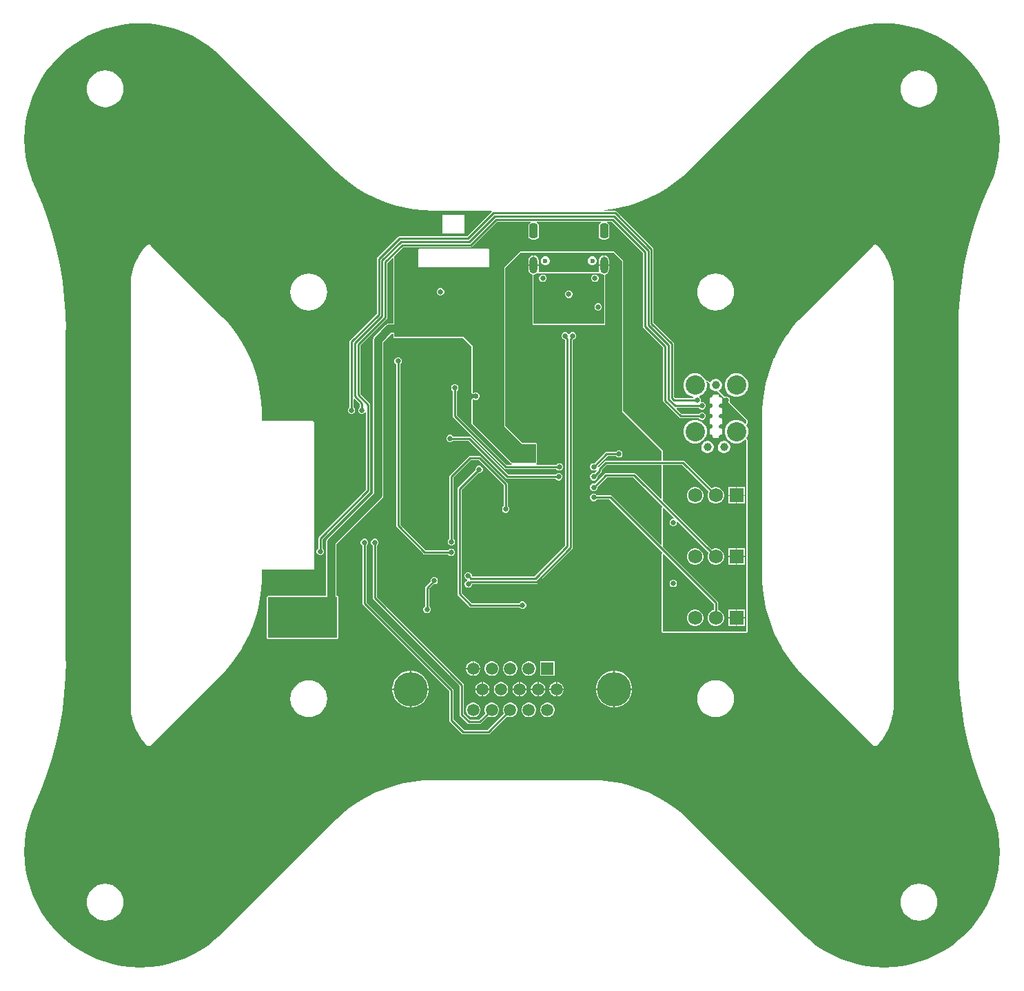
<source format=gbl>
G04*
G04 #@! TF.GenerationSoftware,Altium Limited,Altium Designer,22.2.1 (43)*
G04*
G04 Layer_Physical_Order=2*
G04 Layer_Color=16711680*
%FSLAX25Y25*%
%MOIN*%
G70*
G04*
G04 #@! TF.SameCoordinates,854AD7C7-718E-4D2E-BE00-AD7F3FE1A44B*
G04*
G04*
G04 #@! TF.FilePolarity,Positive*
G04*
G01*
G75*
%ADD12C,0.03937*%
%ADD17C,0.01000*%
%ADD70C,0.06890*%
%ADD71R,0.06890X0.06890*%
%ADD72C,0.09350*%
%ADD73C,0.03900*%
%ADD74C,0.05937*%
%ADD75C,0.16598*%
%ADD76R,0.05937X0.05937*%
G04:AMPARAMS|DCode=77|XSize=70.87mil|YSize=39.37mil|CornerRadius=9.84mil|HoleSize=0mil|Usage=FLASHONLY|Rotation=270.000|XOffset=0mil|YOffset=0mil|HoleType=Round|Shape=RoundedRectangle|*
%AMROUNDEDRECTD77*
21,1,0.07087,0.01968,0,0,270.0*
21,1,0.05118,0.03937,0,0,270.0*
1,1,0.01968,-0.00984,-0.02559*
1,1,0.01968,-0.00984,0.02559*
1,1,0.01968,0.00984,0.02559*
1,1,0.01968,0.00984,-0.02559*
%
%ADD77ROUNDEDRECTD77*%
%ADD78O,0.03937X0.08268*%
%ADD79C,0.02362*%
%ADD80C,0.02559*%
G36*
X63122Y117326D02*
Y81921D01*
X63200Y81531D01*
X63421Y81200D01*
X72958Y71663D01*
Y45933D01*
X73035Y45543D01*
X73256Y45213D01*
X80804Y37665D01*
X81135Y37444D01*
X81525Y37366D01*
X90314D01*
X90803Y36877D01*
X91457Y36606D01*
X92165D01*
X92819Y36877D01*
X93320Y37378D01*
X93591Y38032D01*
Y38740D01*
X93320Y39394D01*
X92819Y39894D01*
X92165Y40165D01*
X91457D01*
X90803Y39894D01*
X90314Y39405D01*
X81947D01*
X79448Y41904D01*
X79640Y42366D01*
X90314D01*
X90803Y41877D01*
X91457Y41606D01*
X92165D01*
X92819Y41877D01*
X93320Y42378D01*
X93591Y43032D01*
Y43740D01*
X93320Y44394D01*
X92819Y44894D01*
X92165Y45165D01*
X91457D01*
X91085Y45552D01*
X91150Y45709D01*
Y46417D01*
X90879Y47071D01*
X90422Y47528D01*
X90427Y47782D01*
X90494Y48065D01*
X90616Y48098D01*
X91910Y48845D01*
X92966Y49901D01*
X93713Y51195D01*
X94100Y52639D01*
Y54133D01*
X93856Y55043D01*
X94305Y55302D01*
X95551Y54056D01*
X95475Y53774D01*
Y52997D01*
X95676Y52247D01*
X96065Y51574D01*
X96614Y51025D01*
X97286Y50637D01*
X98037Y50436D01*
X98814D01*
X99095Y50511D01*
X113189Y36417D01*
Y34855D01*
X112689Y34648D01*
X111910Y35427D01*
X110616Y36174D01*
X109172Y36561D01*
X107678D01*
X106235Y36174D01*
X104941Y35427D01*
X103884Y34370D01*
X103137Y33076D01*
X102750Y31633D01*
Y30139D01*
X103137Y28695D01*
X103884Y27401D01*
X104941Y26345D01*
X106235Y25598D01*
X107678Y25211D01*
X109172D01*
X110616Y25598D01*
X111910Y26345D01*
X112689Y27124D01*
X113189Y26917D01*
Y-66043D01*
X72835D01*
Y-28473D01*
X73297Y-28282D01*
X97406Y-52391D01*
Y-55441D01*
X96903Y-55576D01*
X96003Y-56095D01*
X95268Y-56830D01*
X94749Y-57729D01*
X94480Y-58733D01*
Y-59771D01*
X94749Y-60775D01*
X95268Y-61674D01*
X96003Y-62409D01*
X96903Y-62928D01*
X97906Y-63197D01*
X98945D01*
X99948Y-62928D01*
X100847Y-62409D01*
X101582Y-61674D01*
X102101Y-60775D01*
X102370Y-59771D01*
Y-58733D01*
X102101Y-57729D01*
X101582Y-56830D01*
X100847Y-56095D01*
X99948Y-55576D01*
X99445Y-55441D01*
Y-51968D01*
X99367Y-51578D01*
X99146Y-51248D01*
X72835Y-24936D01*
Y-6131D01*
X73297Y-5939D01*
X78149Y-10791D01*
X77942Y-11291D01*
X77500D01*
X76846Y-11562D01*
X76346Y-12063D01*
X76075Y-12717D01*
Y-13425D01*
X76346Y-14079D01*
X76846Y-14580D01*
X77500Y-14850D01*
X78208D01*
X78862Y-14580D01*
X79363Y-14079D01*
X79634Y-13425D01*
Y-12984D01*
X80134Y-12777D01*
X95010Y-27652D01*
X94749Y-28103D01*
X94480Y-29107D01*
Y-30145D01*
X94749Y-31149D01*
X95268Y-32048D01*
X96003Y-32783D01*
X96903Y-33302D01*
X97906Y-33571D01*
X98945D01*
X99948Y-33302D01*
X100847Y-32783D01*
X101582Y-32048D01*
X102101Y-31149D01*
X102370Y-30145D01*
Y-29107D01*
X102101Y-28103D01*
X101582Y-27204D01*
X100847Y-26469D01*
X99948Y-25950D01*
X98945Y-25681D01*
X97906D01*
X96903Y-25950D01*
X96451Y-26210D01*
X72835Y-2593D01*
Y14728D01*
X82255D01*
X95010Y1974D01*
X94749Y1523D01*
X94480Y519D01*
Y-519D01*
X94749Y-1523D01*
X95268Y-2422D01*
X96003Y-3157D01*
X96903Y-3676D01*
X97906Y-3945D01*
X98945D01*
X99948Y-3676D01*
X100847Y-3157D01*
X101582Y-2422D01*
X102101Y-1523D01*
X102370Y-519D01*
Y519D01*
X102101Y1523D01*
X101582Y2422D01*
X100847Y3157D01*
X99948Y3676D01*
X98945Y3945D01*
X97906D01*
X96903Y3676D01*
X96451Y3416D01*
X83398Y16469D01*
X83067Y16690D01*
X82677Y16768D01*
X72835D01*
Y21654D01*
X53642Y40846D01*
Y113681D01*
X49213Y118110D01*
X3937D01*
X-3937Y110236D01*
Y33465D01*
X4724Y24803D01*
X11417D01*
Y15748D01*
X0D01*
X-19193Y34941D01*
Y46363D01*
X-18693Y46570D01*
X-18646Y46523D01*
X-17992Y46252D01*
X-17284D01*
X-16630Y46523D01*
X-16129Y47023D01*
X-15858Y47677D01*
Y48386D01*
X-16129Y49040D01*
X-16630Y49540D01*
X-17284Y49811D01*
X-17992D01*
X-18646Y49540D01*
X-18693Y49493D01*
X-19193Y49700D01*
Y72342D01*
X-23622Y76772D01*
X-57087D01*
X-57087Y115881D01*
X-52727Y120240D01*
X-20079D01*
X-19689Y120318D01*
X-19358Y120539D01*
X-7452Y132445D01*
X8918D01*
X8967Y131945D01*
X8791Y131910D01*
X8300Y131582D01*
X7972Y131091D01*
X7857Y130512D01*
Y125394D01*
X7972Y124815D01*
X8300Y124324D01*
X8791Y123996D01*
X9370Y123880D01*
X11339D01*
X11918Y123996D01*
X12409Y124324D01*
X12737Y124815D01*
X12852Y125394D01*
Y130512D01*
X12737Y131091D01*
X12409Y131582D01*
X11918Y131910D01*
X11742Y131945D01*
X11791Y132445D01*
X42933D01*
X42983Y131945D01*
X42807Y131910D01*
X42316Y131582D01*
X41988Y131091D01*
X41873Y130512D01*
Y125394D01*
X41988Y124815D01*
X42316Y124324D01*
X42807Y123996D01*
X43386Y123880D01*
X45354D01*
X45933Y123996D01*
X46424Y124324D01*
X46752Y124815D01*
X46868Y125394D01*
Y130512D01*
X46752Y131091D01*
X46424Y131582D01*
X45933Y131910D01*
X45757Y131945D01*
X45807Y132445D01*
X48003D01*
X63122Y117326D01*
D02*
G37*
G36*
X184206Y228291D02*
X188572Y227775D01*
X192885Y226917D01*
X197116Y225723D01*
X201241Y224201D01*
X205235Y222361D01*
X209071Y220212D01*
X212726Y217770D01*
X216179Y215048D01*
X219408Y212063D01*
X222393Y208834D01*
X225115Y205381D01*
X227557Y201726D01*
X229706Y197889D01*
X231546Y193896D01*
X233068Y189771D01*
X234262Y185540D01*
X235120Y181227D01*
X235636Y176861D01*
X235809Y172468D01*
X235636Y168074D01*
X235120Y163708D01*
X234262Y159396D01*
X233068Y155164D01*
X232392Y153330D01*
D01*
X232217Y152865D01*
X230199Y148568D01*
X227206Y141341D01*
X224550Y133984D01*
X222236Y126512D01*
X220270Y118941D01*
X218655Y111288D01*
X217396Y103568D01*
X216494Y95798D01*
X215953Y87995D01*
X215772Y80176D01*
X215798D01*
Y-80176D01*
X215798Y-80176D01*
X215772D01*
X215953Y-87995D01*
X216494Y-95798D01*
X217396Y-103568D01*
X218655Y-111288D01*
X220270Y-118941D01*
X222236Y-126512D01*
X224550Y-133984D01*
X227206Y-141341D01*
X230199Y-148568D01*
X232217Y-152865D01*
X232392Y-153330D01*
D01*
X233068Y-155164D01*
X234262Y-159396D01*
X235120Y-163708D01*
X235636Y-168074D01*
X235809Y-172468D01*
X235636Y-176861D01*
X235120Y-181228D01*
X234262Y-185540D01*
X233068Y-189771D01*
X231546Y-193897D01*
X229706Y-197889D01*
X227557Y-201726D01*
X225115Y-205381D01*
X222393Y-208834D01*
X219408Y-212063D01*
X216179Y-215048D01*
X212726Y-217770D01*
X209071Y-220212D01*
X205235Y-222361D01*
X201241Y-224201D01*
X197116Y-225723D01*
X192885Y-226917D01*
X188572Y-227775D01*
X184206Y-228291D01*
X179813Y-228464D01*
X175419Y-228291D01*
X171053Y-227775D01*
X166741Y-226917D01*
X162509Y-225723D01*
X158384Y-224201D01*
X154391Y-222361D01*
X150555Y-220212D01*
X146899Y-217770D01*
X143446Y-215048D01*
X140257Y-212100D01*
X140226Y-212054D01*
X84833Y-156661D01*
X84766Y-156616D01*
X82368Y-154383D01*
X78599Y-151346D01*
X74624Y-148586D01*
X70461Y-146116D01*
X66133Y-143950D01*
X61661Y-142097D01*
X57069Y-140569D01*
X52379Y-139372D01*
X47616Y-138513D01*
X42804Y-137995D01*
X37967Y-137823D01*
Y-137846D01*
X-38164D01*
Y-137823D01*
X-43001Y-137995D01*
X-47813Y-138513D01*
X-52576Y-139372D01*
X-57266Y-140569D01*
X-61858Y-142097D01*
X-66330Y-143950D01*
X-70658Y-146116D01*
X-74821Y-148586D01*
X-78796Y-151346D01*
X-82565Y-154383D01*
X-84963Y-156616D01*
X-85030Y-156661D01*
X-140423Y-212054D01*
X-140454Y-212100D01*
X-143643Y-215048D01*
X-147096Y-217770D01*
X-150751Y-220212D01*
X-154588Y-222361D01*
X-158581Y-224201D01*
X-162706Y-225723D01*
X-166937Y-226917D01*
X-171250Y-227775D01*
X-175616Y-228291D01*
X-180009Y-228464D01*
X-184403Y-228291D01*
X-188769Y-227775D01*
X-193082Y-226917D01*
X-197313Y-225723D01*
X-201438Y-224201D01*
X-205431Y-222361D01*
X-209267Y-220212D01*
X-212923Y-217770D01*
X-216376Y-215048D01*
X-219605Y-212063D01*
X-222589Y-208834D01*
X-225311Y-205381D01*
X-227754Y-201726D01*
X-229903Y-197889D01*
X-231743Y-193897D01*
X-233265Y-189771D01*
X-234459Y-185540D01*
X-235316Y-181228D01*
X-235833Y-176861D01*
X-236006Y-172468D01*
X-235833Y-168074D01*
X-235316Y-163708D01*
X-234459Y-159396D01*
X-233265Y-155164D01*
X-232589Y-153330D01*
D01*
X-232413Y-152865D01*
X-230396Y-148568D01*
X-227403Y-141341D01*
X-224746Y-133984D01*
X-222433Y-126512D01*
X-220466Y-118941D01*
X-218852Y-111288D01*
X-217593Y-103568D01*
X-216691Y-95798D01*
X-216150Y-87995D01*
X-215969Y-80176D01*
X-215995D01*
X-215995Y-80176D01*
Y80176D01*
X-215969D01*
X-216150Y87995D01*
X-216691Y95798D01*
X-217593Y103568D01*
X-218852Y111288D01*
X-220466Y118941D01*
X-222433Y126512D01*
X-224746Y133984D01*
X-227403Y141341D01*
X-230396Y148568D01*
X-232413Y152865D01*
X-232589Y153330D01*
D01*
X-233265Y155164D01*
X-234459Y159396D01*
X-235316Y163708D01*
X-235833Y168074D01*
X-236006Y172468D01*
X-235833Y176861D01*
X-235316Y181227D01*
X-234459Y185540D01*
X-233265Y189771D01*
X-231743Y193896D01*
X-229903Y197889D01*
X-227754Y201726D01*
X-225311Y205381D01*
X-222589Y208834D01*
X-219605Y212063D01*
X-216376Y215048D01*
X-212923Y217770D01*
X-209267Y220212D01*
X-205431Y222361D01*
X-201438Y224201D01*
X-197313Y225723D01*
X-193082Y226917D01*
X-188769Y227775D01*
X-184403Y228291D01*
X-180009Y228464D01*
X-175616Y228291D01*
X-171250Y227775D01*
X-166937Y226917D01*
X-162706Y225723D01*
X-158581Y224201D01*
X-154588Y222361D01*
X-150751Y220212D01*
X-147096Y217770D01*
X-143643Y215048D01*
X-140454Y212099D01*
X-140423Y212054D01*
X-85030Y156661D01*
X-84963Y156616D01*
X-82565Y154383D01*
X-78796Y151346D01*
X-74821Y148586D01*
X-70658Y146116D01*
X-66330Y143950D01*
X-61858Y142097D01*
X-57266Y140569D01*
X-52576Y139372D01*
X-47813Y138513D01*
X-43001Y137995D01*
X-38164Y137822D01*
Y137846D01*
X-10095D01*
X-9938Y137434D01*
X-9933Y137346D01*
X-21819Y125461D01*
X-54467D01*
X-54857Y125383D01*
X-55188Y125162D01*
X-65319Y115031D01*
X-65540Y114700D01*
X-65618Y114310D01*
Y87960D01*
X-78477Y75102D01*
X-78698Y74771D01*
X-78776Y74381D01*
Y42737D01*
X-79264Y42248D01*
X-79535Y41594D01*
Y40886D01*
X-79264Y40232D01*
X-78764Y39732D01*
X-78110Y39461D01*
X-77402D01*
X-76748Y39732D01*
X-76247Y40232D01*
X-75976Y40886D01*
Y41594D01*
X-76247Y42248D01*
X-76736Y42737D01*
Y46461D01*
X-76274Y46653D01*
X-73776Y44154D01*
Y42737D01*
X-74265Y42248D01*
X-74535Y41594D01*
Y40886D01*
X-74265Y40232D01*
X-73764Y39732D01*
X-73110Y39461D01*
X-72402D01*
X-71748Y39732D01*
X-71247Y40232D01*
X-71205Y40335D01*
X-70705Y40236D01*
Y2785D01*
X-93634Y-20145D01*
X-93855Y-20476D01*
X-93933Y-20866D01*
Y-25668D01*
X-94422Y-26157D01*
X-94693Y-26811D01*
Y-27519D01*
X-94422Y-28173D01*
X-93921Y-28674D01*
X-93267Y-28945D01*
X-92559D01*
X-91905Y-28674D01*
X-91405Y-28173D01*
X-91134Y-27519D01*
Y-26811D01*
X-91405Y-26157D01*
X-91894Y-25668D01*
Y-21289D01*
X-68964Y1641D01*
X-68743Y1972D01*
X-68665Y2362D01*
Y43755D01*
X-68743Y44145D01*
X-68964Y44475D01*
X-73555Y49067D01*
Y72641D01*
X-60696Y85500D01*
X-60475Y85830D01*
X-60398Y86221D01*
Y112570D01*
X-58090Y114878D01*
X-57628Y114686D01*
X-57628Y83226D01*
X-59449D01*
X-60412Y83034D01*
X-61229Y82488D01*
X-66740Y76977D01*
X-67286Y76160D01*
X-67478Y75197D01*
Y1043D01*
X-89378Y-20858D01*
X-89924Y-21675D01*
X-90115Y-22638D01*
Y-48671D01*
X-118110D01*
X-118493Y-48830D01*
X-118651Y-49213D01*
Y-68898D01*
X-118493Y-69280D01*
X-118110Y-69439D01*
X-84646D01*
X-84263Y-69280D01*
X-84105Y-68898D01*
Y-49213D01*
X-84263Y-48830D01*
X-84646Y-48671D01*
X-85082D01*
Y-23680D01*
X-63181Y-1780D01*
X-62635Y-963D01*
X-62444Y0D01*
Y74154D01*
X-58406Y78192D01*
X-57628D01*
Y76772D01*
X-57469Y76389D01*
X-57087Y76230D01*
X-23846D01*
X-19734Y72118D01*
Y49700D01*
X-19693Y49601D01*
Y49493D01*
X-19617Y49417D01*
X-19576Y49317D01*
X-19476Y49276D01*
X-19400Y49200D01*
X-18900Y48993D01*
X-18792D01*
X-18693Y48952D01*
X-18594Y48993D01*
X-18486D01*
X-18439Y49040D01*
X-17884Y49270D01*
X-17391D01*
X-16936Y49081D01*
X-16588Y48733D01*
X-16399Y48278D01*
Y47785D01*
X-16588Y47330D01*
X-16936Y46982D01*
X-17391Y46793D01*
X-17884D01*
X-18439Y47023D01*
X-18486Y47070D01*
X-18594D01*
X-18693Y47111D01*
X-18792Y47070D01*
X-18900D01*
X-19400Y46863D01*
X-19476Y46787D01*
X-19576Y46746D01*
X-19617Y46646D01*
X-19693Y46570D01*
Y46462D01*
X-19734Y46363D01*
Y34941D01*
X-19576Y34558D01*
X-383Y15365D01*
X-223Y15299D01*
X-322Y14799D01*
X-2727D01*
X-26785Y38857D01*
Y50599D01*
X-26296Y51089D01*
X-26026Y51743D01*
Y52450D01*
X-26296Y53105D01*
X-26797Y53605D01*
X-27451Y53876D01*
X-28159D01*
X-28813Y53605D01*
X-29314Y53105D01*
X-29585Y52450D01*
Y51743D01*
X-29314Y51089D01*
X-28825Y50599D01*
Y38435D01*
X-28747Y38045D01*
X-28526Y37714D01*
X-3871Y13059D01*
X-3540Y12837D01*
X-3150Y12760D01*
X21338D01*
X21827Y12271D01*
X22481Y12000D01*
X23189D01*
X23843Y12271D01*
X24343Y12772D01*
X24614Y13426D01*
Y14133D01*
X24343Y14787D01*
X23843Y15288D01*
X23189Y15559D01*
X22481D01*
X21827Y15288D01*
X21338Y14799D01*
X11740D01*
X11640Y15299D01*
X11800Y15365D01*
X11958Y15748D01*
Y24803D01*
X11800Y25186D01*
X11417Y25344D01*
X4949D01*
X-3396Y33689D01*
Y110012D01*
X4161Y117569D01*
X48988D01*
X53101Y113457D01*
Y40846D01*
X53259Y40464D01*
X72293Y21429D01*
Y16768D01*
X45276D01*
X44885Y16690D01*
X44555Y16469D01*
X41771Y13685D01*
X41266Y13845D01*
X41225Y14069D01*
X41235Y14203D01*
X46092Y19059D01*
X50078D01*
X50567Y18570D01*
X51221Y18299D01*
X51929D01*
X52583Y18570D01*
X53083Y19071D01*
X53354Y19725D01*
Y20433D01*
X53083Y21087D01*
X52583Y21587D01*
X51929Y21858D01*
X51221D01*
X50567Y21587D01*
X50078Y21098D01*
X45669D01*
X45279Y21021D01*
X44948Y20800D01*
X39708Y15559D01*
X39016D01*
X38362Y15288D01*
X37861Y14787D01*
X37591Y14133D01*
Y13426D01*
X37861Y12772D01*
X38362Y12271D01*
X39016Y12000D01*
X39724D01*
X40341Y12256D01*
X40400Y12262D01*
X40889Y12074D01*
X40899Y12026D01*
X39708Y10835D01*
X39016D01*
X38362Y10564D01*
X37861Y10063D01*
X37591Y9409D01*
Y8701D01*
X37861Y8047D01*
X38362Y7547D01*
X39016Y7276D01*
X39724D01*
X40378Y7547D01*
X40879Y8047D01*
X41150Y8701D01*
Y9393D01*
X42977Y11220D01*
X43198Y11551D01*
X43276Y11941D01*
Y12306D01*
X45698Y14728D01*
X72293D01*
Y-1399D01*
X71832Y-1590D01*
X59678Y10564D01*
X59347Y10785D01*
X58957Y10862D01*
X45276D01*
X44885Y10785D01*
X44555Y10564D01*
X39708Y5717D01*
X39016D01*
X38362Y5446D01*
X37861Y4945D01*
X37591Y4291D01*
Y3583D01*
X37861Y2929D01*
X38362Y2428D01*
X39016Y2158D01*
X39724D01*
X40378Y2428D01*
X40879Y2929D01*
X41150Y3583D01*
Y4275D01*
X45698Y8823D01*
X58534D01*
X72602Y-5245D01*
X72452Y-5748D01*
X72411Y-5847D01*
X72335Y-5923D01*
Y-6031D01*
X72293Y-6131D01*
Y-23742D01*
X71832Y-23933D01*
X48162Y-263D01*
X47831Y-42D01*
X47441Y35D01*
X40867D01*
X40378Y524D01*
X39724Y795D01*
X39016D01*
X38362Y524D01*
X37861Y24D01*
X37591Y-630D01*
Y-1338D01*
X37861Y-1992D01*
X38362Y-2493D01*
X39016Y-2764D01*
X39724D01*
X40378Y-2493D01*
X40867Y-2004D01*
X47019D01*
X72602Y-27587D01*
X72452Y-28091D01*
X72411Y-28190D01*
X72335Y-28266D01*
Y-28374D01*
X72293Y-28473D01*
Y-66043D01*
X72452Y-66426D01*
X72835Y-66584D01*
X113189D01*
X113572Y-66426D01*
X113730Y-66043D01*
Y26917D01*
X113689Y27016D01*
Y27124D01*
X113613Y27200D01*
X113572Y27299D01*
X113502Y27329D01*
X113450Y27363D01*
X113396Y27417D01*
X113240Y27876D01*
X113714Y28695D01*
X114100Y30139D01*
Y31633D01*
X113714Y33076D01*
X113240Y33896D01*
X113396Y34355D01*
X113450Y34408D01*
X113502Y34443D01*
X113572Y34472D01*
X113613Y34572D01*
X113689Y34648D01*
Y34755D01*
X113730Y34855D01*
Y36417D01*
X113572Y36800D01*
X113572Y36800D01*
X105130Y45242D01*
X105323Y45709D01*
Y46417D01*
X105052Y47071D01*
X104551Y47572D01*
X103897Y47842D01*
X103189D01*
X102723Y47649D01*
X99963Y50409D01*
X100028Y50905D01*
X100237Y51025D01*
X100786Y51574D01*
X101174Y52247D01*
X101375Y52997D01*
Y53774D01*
X101174Y54524D01*
X100786Y55197D01*
X100237Y55746D01*
X99564Y56135D01*
X98814Y56336D01*
X98037D01*
X97286Y56135D01*
X96614Y55746D01*
X96065Y55197D01*
X95944Y54988D01*
X95448Y54923D01*
X94687Y55684D01*
X94557Y55738D01*
X94445Y55824D01*
X94372Y55815D01*
X94305Y55843D01*
X94174Y55789D01*
X94034Y55770D01*
X93710Y55583D01*
X92966Y56870D01*
X91910Y57927D01*
X90616Y58674D01*
X89172Y59061D01*
X87678D01*
X86235Y58674D01*
X84941Y57927D01*
X83884Y56870D01*
X83137Y55576D01*
X82750Y54133D01*
Y52639D01*
X83137Y51195D01*
X83884Y49901D01*
X84941Y48845D01*
X86235Y48098D01*
X87384Y47790D01*
X87616Y47237D01*
X87616Y47236D01*
X87513Y47083D01*
X78769D01*
X78178Y47673D01*
Y73403D01*
X78100Y73794D01*
X77879Y74124D01*
X68342Y83661D01*
Y119066D01*
X68265Y119456D01*
X68044Y119787D01*
X68044Y119787D01*
X50464Y137367D01*
X50133Y137588D01*
X49743Y137665D01*
X44412D01*
X44385Y138165D01*
X47616Y138513D01*
X52379Y139372D01*
X57069Y140569D01*
X61661Y142097D01*
X66133Y143950D01*
X70461Y146116D01*
X74624Y148586D01*
X78599Y151346D01*
X82368Y154383D01*
X84766Y156616D01*
X84833Y156661D01*
X140226Y212054D01*
X140257Y212099D01*
X143446Y215048D01*
X146899Y217770D01*
X150555Y220212D01*
X154391Y222361D01*
X158384Y224201D01*
X162509Y225723D01*
X166741Y226917D01*
X171053Y227775D01*
X175419Y228291D01*
X179813Y228464D01*
X184206Y228291D01*
D02*
G37*
G36*
X-84646Y-68898D02*
X-118110D01*
Y-49213D01*
X-84646D01*
Y-68898D01*
D02*
G37*
%LPC*%
G36*
X-11516Y119340D02*
X-44980D01*
X-45363Y119182D01*
X-45522Y118799D01*
Y110925D01*
X-45363Y110543D01*
X-44980Y110384D01*
X-11516D01*
X-11133Y110543D01*
X-10975Y110925D01*
Y118799D01*
X-11133Y119182D01*
X-11516Y119340D01*
D02*
G37*
G36*
X-34390Y100303D02*
X-35098D01*
X-35752Y100032D01*
X-36253Y99532D01*
X-36524Y98878D01*
Y98170D01*
X-36253Y97516D01*
X-35752Y97015D01*
X-35098Y96744D01*
X-34390D01*
X-33736Y97015D01*
X-33235Y97516D01*
X-32965Y98170D01*
Y98878D01*
X-33235Y99532D01*
X-33736Y100032D01*
X-34390Y100303D01*
D02*
G37*
G36*
X99375Y48927D02*
X97475D01*
X97475Y48927D01*
X97475Y48927D01*
X97287Y48849D01*
X97112Y48786D01*
X97107Y48774D01*
X97092Y48768D01*
X97092Y48768D01*
X97092Y48768D01*
X97009Y48567D01*
X96936Y48412D01*
X96935Y48387D01*
X96934Y48386D01*
Y48374D01*
X96932Y48330D01*
X96932Y48330D01*
X96929Y48276D01*
X96923Y48233D01*
X96913Y48182D01*
X96899Y48128D01*
X96880Y48065D01*
X96865Y48018D01*
X96848Y47977D01*
X96825Y47929D01*
X96803Y47889D01*
X96770Y47837D01*
Y47837D01*
X96770Y47837D01*
X96738Y47788D01*
X96710Y47751D01*
X96682Y47719D01*
X96637Y47674D01*
X96592Y47629D01*
X96560Y47601D01*
X96523Y47573D01*
X96474Y47541D01*
X96474Y47541D01*
X96474Y47541D01*
X96422Y47508D01*
X96382Y47486D01*
X96334Y47463D01*
X96293Y47445D01*
X96246Y47431D01*
X96183Y47412D01*
X96129Y47398D01*
X96078Y47388D01*
X96035Y47382D01*
X95982Y47379D01*
X95899Y47375D01*
X95723Y47292D01*
X95543Y47217D01*
X95537Y47205D01*
X95525Y47199D01*
X95459Y47015D01*
X95384Y46835D01*
Y44937D01*
X95459Y44757D01*
X95525Y44573D01*
X95537Y44567D01*
X95543Y44554D01*
X95723Y44480D01*
X95899Y44396D01*
X95982Y44392D01*
X96035Y44390D01*
X96078Y44384D01*
X96129Y44373D01*
X96183Y44360D01*
X96246Y44341D01*
X96293Y44326D01*
X96334Y44309D01*
X96382Y44286D01*
X96422Y44264D01*
X96474Y44231D01*
X96474D01*
X96474Y44231D01*
X96523Y44199D01*
X96560Y44171D01*
X96592Y44143D01*
X96637Y44098D01*
X96682Y44052D01*
X96710Y44020D01*
X96738Y43983D01*
X96770Y43934D01*
X96770Y43934D01*
X96770Y43934D01*
X96803Y43883D01*
X96825Y43843D01*
X96848Y43795D01*
X96865Y43754D01*
X96880Y43707D01*
X96899Y43644D01*
X96913Y43590D01*
X96923Y43538D01*
X96929Y43495D01*
X96932Y43442D01*
X96934Y43398D01*
Y43374D01*
X96932Y43330D01*
X96932Y43330D01*
X96929Y43276D01*
X96923Y43233D01*
X96913Y43182D01*
X96899Y43128D01*
X96880Y43065D01*
X96865Y43018D01*
X96848Y42977D01*
X96825Y42929D01*
X96803Y42889D01*
X96770Y42837D01*
Y42837D01*
X96770Y42837D01*
X96738Y42788D01*
X96710Y42751D01*
X96682Y42720D01*
X96637Y42674D01*
X96592Y42629D01*
X96560Y42601D01*
X96523Y42573D01*
X96474Y42541D01*
X96474Y42541D01*
X96474Y42541D01*
X96422Y42507D01*
X96382Y42486D01*
X96334Y42463D01*
X96293Y42445D01*
X96246Y42431D01*
X96183Y42412D01*
X96129Y42398D01*
X96078Y42388D01*
X96035Y42382D01*
X95982Y42379D01*
X95899Y42375D01*
X95723Y42292D01*
X95543Y42217D01*
X95537Y42205D01*
X95525Y42199D01*
X95459Y42015D01*
X95384Y41835D01*
Y39937D01*
X95459Y39757D01*
X95525Y39573D01*
X95537Y39567D01*
X95543Y39554D01*
X95723Y39480D01*
X95899Y39396D01*
X95982Y39393D01*
X96035Y39390D01*
X96078Y39384D01*
X96129Y39373D01*
X96183Y39360D01*
X96246Y39341D01*
X96293Y39326D01*
X96334Y39309D01*
X96382Y39286D01*
X96422Y39264D01*
X96474Y39231D01*
X96474D01*
X96474Y39231D01*
X96523Y39199D01*
X96560Y39171D01*
X96592Y39143D01*
X96637Y39098D01*
X96682Y39052D01*
X96710Y39020D01*
X96738Y38983D01*
X96770Y38934D01*
X96770Y38934D01*
X96770Y38934D01*
X96803Y38883D01*
X96825Y38843D01*
X96848Y38795D01*
X96865Y38754D01*
X96880Y38707D01*
X96899Y38644D01*
X96913Y38590D01*
X96923Y38539D01*
X96929Y38495D01*
X96932Y38442D01*
X96934Y38398D01*
Y38374D01*
X96932Y38330D01*
X96932Y38330D01*
X96929Y38276D01*
X96923Y38233D01*
X96913Y38182D01*
X96899Y38128D01*
X96880Y38065D01*
X96865Y38018D01*
X96848Y37977D01*
X96825Y37929D01*
X96803Y37889D01*
X96770Y37837D01*
Y37837D01*
X96770Y37837D01*
X96738Y37788D01*
X96710Y37751D01*
X96682Y37720D01*
X96637Y37674D01*
X96592Y37629D01*
X96560Y37601D01*
X96523Y37573D01*
X96474Y37541D01*
X96474Y37541D01*
X96474Y37541D01*
X96422Y37508D01*
X96382Y37486D01*
X96334Y37463D01*
X96293Y37446D01*
X96246Y37431D01*
X96183Y37412D01*
X96129Y37398D01*
X96078Y37388D01*
X96035Y37382D01*
X95982Y37379D01*
X95899Y37375D01*
X95723Y37292D01*
X95543Y37217D01*
X95537Y37205D01*
X95525Y37199D01*
X95459Y37015D01*
X95384Y36835D01*
Y34937D01*
X95459Y34757D01*
X95525Y34573D01*
X95537Y34567D01*
X95543Y34554D01*
X95723Y34480D01*
X95899Y34396D01*
X95982Y34392D01*
X96035Y34390D01*
X96078Y34384D01*
X96129Y34373D01*
X96183Y34360D01*
X96246Y34341D01*
X96293Y34326D01*
X96334Y34309D01*
X96382Y34286D01*
X96422Y34264D01*
X96474Y34231D01*
X96474D01*
X96474Y34231D01*
X96523Y34199D01*
X96560Y34171D01*
X96592Y34143D01*
X96637Y34098D01*
X96682Y34052D01*
X96710Y34020D01*
X96738Y33983D01*
X96770Y33934D01*
X96770Y33934D01*
X96770Y33934D01*
X96803Y33883D01*
X96825Y33843D01*
X96848Y33795D01*
X96865Y33754D01*
X96880Y33707D01*
X96899Y33644D01*
X96913Y33590D01*
X96923Y33538D01*
X96929Y33495D01*
X96932Y33442D01*
X96934Y33398D01*
Y33374D01*
X96932Y33330D01*
X96932Y33330D01*
X96929Y33276D01*
X96923Y33233D01*
X96913Y33182D01*
X96899Y33128D01*
X96880Y33065D01*
X96865Y33018D01*
X96848Y32977D01*
X96825Y32929D01*
X96803Y32889D01*
X96770Y32837D01*
Y32837D01*
X96770Y32837D01*
X96738Y32788D01*
X96710Y32751D01*
X96682Y32719D01*
X96637Y32674D01*
X96592Y32629D01*
X96560Y32601D01*
X96523Y32573D01*
X96474Y32541D01*
X96474Y32541D01*
X96474Y32541D01*
X96422Y32508D01*
X96382Y32486D01*
X96334Y32463D01*
X96293Y32445D01*
X96246Y32431D01*
X96183Y32412D01*
X96129Y32398D01*
X96078Y32388D01*
X96035Y32382D01*
X95982Y32379D01*
X95899Y32375D01*
X95723Y32292D01*
X95543Y32217D01*
X95537Y32205D01*
X95525Y32199D01*
X95459Y32015D01*
X95384Y31835D01*
Y29937D01*
X95459Y29757D01*
X95525Y29573D01*
X95537Y29567D01*
X95543Y29554D01*
X95723Y29480D01*
X95899Y29396D01*
X95982Y29392D01*
X96035Y29390D01*
X96078Y29384D01*
X96129Y29373D01*
X96183Y29360D01*
X96246Y29341D01*
X96293Y29326D01*
X96334Y29309D01*
X96382Y29286D01*
X96422Y29264D01*
X96474Y29231D01*
X96474D01*
X96474Y29231D01*
X96523Y29199D01*
X96560Y29171D01*
X96592Y29143D01*
X96637Y29098D01*
X96682Y29052D01*
X96710Y29020D01*
X96738Y28983D01*
X96770Y28934D01*
X96770Y28934D01*
X96770Y28934D01*
X96803Y28883D01*
X96825Y28843D01*
X96848Y28795D01*
X96865Y28754D01*
X96880Y28707D01*
X96899Y28644D01*
X96913Y28590D01*
X96923Y28539D01*
X96929Y28495D01*
X96932Y28442D01*
X96934Y28398D01*
Y28386D01*
X96935Y28384D01*
X96936Y28360D01*
X97009Y28204D01*
X97092Y28003D01*
X97107Y27997D01*
X97112Y27985D01*
X97287Y27922D01*
X97475Y27845D01*
X99375D01*
X99375Y27845D01*
X99375Y27845D01*
X99563Y27923D01*
X99738Y27985D01*
X99744Y27997D01*
X99758Y28003D01*
X99758Y28003D01*
X99758Y28003D01*
X99841Y28204D01*
X99915Y28360D01*
X99916Y28384D01*
X99916Y28386D01*
Y28398D01*
X99919Y28442D01*
X99919Y28442D01*
X99921Y28495D01*
X99927Y28539D01*
X99938Y28590D01*
X99951Y28644D01*
X99970Y28707D01*
X99985Y28754D01*
X100002Y28795D01*
X100025Y28843D01*
X100047Y28883D01*
X100080Y28934D01*
Y28934D01*
X100080Y28934D01*
X100112Y28983D01*
X100140Y29020D01*
X100168Y29052D01*
X100213Y29098D01*
X100259Y29143D01*
X100291Y29171D01*
X100328Y29199D01*
X100377Y29231D01*
X100377Y29231D01*
X100377Y29231D01*
X100428Y29264D01*
X100468Y29286D01*
X100516Y29309D01*
X100557Y29326D01*
X100604Y29341D01*
X100667Y29360D01*
X100721Y29373D01*
X100773Y29384D01*
X100816Y29390D01*
X100869Y29392D01*
X100951Y29396D01*
X101128Y29480D01*
X101308Y29554D01*
X101313Y29567D01*
X101326Y29573D01*
X101392Y29757D01*
X101466Y29937D01*
Y31835D01*
X101392Y32015D01*
X101326Y32199D01*
X101313Y32205D01*
X101308Y32217D01*
X101128Y32292D01*
X100951Y32375D01*
X100869Y32379D01*
X100816Y32382D01*
X100773Y32388D01*
X100721Y32398D01*
X100667Y32412D01*
X100604Y32431D01*
X100557Y32445D01*
X100516Y32463D01*
X100468Y32486D01*
X100428Y32508D01*
X100377Y32541D01*
X100377D01*
X100377Y32541D01*
X100328Y32573D01*
X100291Y32601D01*
X100259Y32629D01*
X100213Y32674D01*
X100168Y32719D01*
X100140Y32751D01*
X100112Y32788D01*
X100080Y32837D01*
X100080Y32837D01*
X100080Y32837D01*
X100047Y32889D01*
X100025Y32929D01*
X100002Y32977D01*
X99985Y33018D01*
X99970Y33065D01*
X99951Y33128D01*
X99938Y33182D01*
X99927Y33233D01*
X99921Y33276D01*
X99919Y33329D01*
X99916Y33374D01*
Y33398D01*
X99919Y33441D01*
X99919Y33441D01*
X99921Y33495D01*
X99927Y33538D01*
X99938Y33590D01*
X99951Y33644D01*
X99970Y33707D01*
X99985Y33754D01*
X100002Y33795D01*
X100025Y33843D01*
X100047Y33883D01*
X100080Y33934D01*
Y33934D01*
X100080Y33934D01*
X100112Y33983D01*
X100140Y34020D01*
X100168Y34052D01*
X100213Y34098D01*
X100259Y34143D01*
X100291Y34171D01*
X100328Y34199D01*
X100377Y34231D01*
X100377Y34231D01*
X100377Y34231D01*
X100428Y34264D01*
X100468Y34286D01*
X100516Y34309D01*
X100557Y34326D01*
X100604Y34341D01*
X100667Y34360D01*
X100721Y34373D01*
X100773Y34384D01*
X100816Y34390D01*
X100869Y34392D01*
X100951Y34396D01*
X101128Y34480D01*
X101308Y34554D01*
X101313Y34567D01*
X101326Y34573D01*
X101392Y34757D01*
X101466Y34937D01*
Y36835D01*
X101392Y37015D01*
X101326Y37199D01*
X101313Y37205D01*
X101308Y37217D01*
X101128Y37292D01*
X100951Y37375D01*
X100869Y37379D01*
X100816Y37382D01*
X100773Y37388D01*
X100721Y37398D01*
X100667Y37412D01*
X100604Y37431D01*
X100557Y37446D01*
X100516Y37463D01*
X100468Y37486D01*
X100428Y37508D01*
X100377Y37541D01*
X100377D01*
X100377Y37541D01*
X100328Y37573D01*
X100291Y37601D01*
X100259Y37629D01*
X100213Y37674D01*
X100168Y37719D01*
X100140Y37751D01*
X100112Y37788D01*
X100080Y37837D01*
X100080Y37837D01*
X100080Y37837D01*
X100047Y37889D01*
X100025Y37929D01*
X100002Y37977D01*
X99985Y38018D01*
X99970Y38065D01*
X99951Y38128D01*
X99938Y38182D01*
X99927Y38233D01*
X99921Y38276D01*
X99919Y38329D01*
X99916Y38374D01*
Y38398D01*
X99919Y38442D01*
X99919Y38442D01*
X99921Y38495D01*
X99927Y38539D01*
X99938Y38590D01*
X99951Y38644D01*
X99970Y38707D01*
X99985Y38754D01*
X100002Y38795D01*
X100025Y38843D01*
X100047Y38883D01*
X100080Y38934D01*
Y38934D01*
X100080Y38934D01*
X100112Y38983D01*
X100140Y39020D01*
X100168Y39052D01*
X100213Y39098D01*
X100259Y39143D01*
X100291Y39171D01*
X100328Y39199D01*
X100377Y39231D01*
X100377Y39231D01*
X100377Y39231D01*
X100428Y39264D01*
X100468Y39286D01*
X100516Y39309D01*
X100557Y39326D01*
X100604Y39341D01*
X100667Y39360D01*
X100721Y39373D01*
X100773Y39384D01*
X100816Y39390D01*
X100869Y39393D01*
X100951Y39396D01*
X101128Y39480D01*
X101308Y39554D01*
X101313Y39567D01*
X101326Y39573D01*
X101392Y39757D01*
X101466Y39937D01*
Y41835D01*
X101392Y42015D01*
X101326Y42199D01*
X101313Y42205D01*
X101308Y42217D01*
X101128Y42292D01*
X100951Y42375D01*
X100869Y42379D01*
X100816Y42382D01*
X100773Y42388D01*
X100721Y42398D01*
X100667Y42412D01*
X100604Y42431D01*
X100557Y42445D01*
X100516Y42463D01*
X100468Y42486D01*
X100428Y42507D01*
X100377Y42541D01*
X100377D01*
X100377Y42541D01*
X100328Y42573D01*
X100291Y42601D01*
X100259Y42629D01*
X100213Y42674D01*
X100168Y42719D01*
X100140Y42751D01*
X100112Y42788D01*
X100080Y42837D01*
X100080Y42837D01*
X100080Y42837D01*
X100047Y42889D01*
X100025Y42929D01*
X100002Y42977D01*
X99985Y43018D01*
X99970Y43065D01*
X99951Y43128D01*
X99938Y43182D01*
X99927Y43233D01*
X99921Y43276D01*
X99919Y43329D01*
X99916Y43374D01*
Y43398D01*
X99919Y43442D01*
X99919Y43442D01*
X99921Y43495D01*
X99927Y43538D01*
X99938Y43590D01*
X99951Y43644D01*
X99970Y43707D01*
X99985Y43754D01*
X100002Y43795D01*
X100025Y43843D01*
X100047Y43883D01*
X100080Y43934D01*
Y43934D01*
X100080Y43934D01*
X100112Y43983D01*
X100140Y44020D01*
X100168Y44052D01*
X100213Y44098D01*
X100259Y44143D01*
X100291Y44171D01*
X100328Y44199D01*
X100377Y44231D01*
X100377Y44231D01*
X100377Y44231D01*
X100428Y44264D01*
X100468Y44286D01*
X100516Y44309D01*
X100557Y44326D01*
X100604Y44341D01*
X100667Y44360D01*
X100721Y44373D01*
X100773Y44384D01*
X100816Y44390D01*
X100869Y44392D01*
X100951Y44396D01*
X101128Y44480D01*
X101308Y44554D01*
X101313Y44567D01*
X101326Y44573D01*
X101392Y44757D01*
X101466Y44937D01*
Y46835D01*
X101392Y47015D01*
X101326Y47199D01*
X101313Y47205D01*
X101308Y47217D01*
X101128Y47292D01*
X100951Y47375D01*
X100869Y47379D01*
X100816Y47382D01*
X100773Y47388D01*
X100721Y47398D01*
X100667Y47412D01*
X100604Y47431D01*
X100557Y47445D01*
X100516Y47463D01*
X100468Y47486D01*
X100428Y47508D01*
X100377Y47541D01*
X100377D01*
X100377Y47541D01*
X100328Y47573D01*
X100291Y47601D01*
X100259Y47629D01*
X100213Y47674D01*
X100168Y47719D01*
X100140Y47751D01*
X100112Y47788D01*
X100080Y47837D01*
X100080Y47837D01*
X100080Y47837D01*
X100047Y47889D01*
X100025Y47929D01*
X100002Y47977D01*
X99985Y48018D01*
X99970Y48065D01*
X99951Y48128D01*
X99938Y48182D01*
X99927Y48233D01*
X99921Y48276D01*
X99919Y48329D01*
X99916Y48374D01*
Y48386D01*
X99916Y48387D01*
X99915Y48412D01*
X99841Y48568D01*
X99758Y48768D01*
X99744Y48774D01*
X99738Y48786D01*
X99563Y48849D01*
X99375Y48927D01*
D02*
G37*
G36*
X89172Y36561D02*
X87678D01*
X86235Y36174D01*
X84941Y35427D01*
X83884Y34370D01*
X83137Y33076D01*
X82750Y31633D01*
Y30139D01*
X83137Y28695D01*
X83884Y27401D01*
X84941Y26345D01*
X86235Y25598D01*
X87678Y25211D01*
X89172D01*
X90616Y25598D01*
X91910Y26345D01*
X92966Y27401D01*
X93713Y28695D01*
X94100Y30139D01*
Y31633D01*
X93713Y33076D01*
X92966Y34370D01*
X91910Y35427D01*
X90616Y36174D01*
X89172Y36561D01*
D02*
G37*
G36*
X102810Y26336D02*
X102033D01*
X101283Y26135D01*
X100610Y25746D01*
X100061Y25197D01*
X99672Y24524D01*
X99471Y23774D01*
Y22997D01*
X99672Y22247D01*
X100061Y21575D01*
X100610Y21025D01*
X101283Y20637D01*
X102033Y20436D01*
X102810D01*
X103560Y20637D01*
X104233Y21025D01*
X104782Y21575D01*
X105170Y22247D01*
X105371Y22997D01*
Y23774D01*
X105170Y24524D01*
X104782Y25197D01*
X104233Y25746D01*
X103560Y26135D01*
X102810Y26336D01*
D02*
G37*
G36*
X94818D02*
X94041D01*
X93291Y26135D01*
X92618Y25746D01*
X92069Y25197D01*
X91680Y24524D01*
X91479Y23774D01*
Y22997D01*
X91680Y22247D01*
X92069Y21575D01*
X92618Y21025D01*
X93291Y20637D01*
X94041Y20436D01*
X94818D01*
X95568Y20637D01*
X96241Y21025D01*
X96790Y21575D01*
X97178Y22247D01*
X97379Y22997D01*
Y23774D01*
X97178Y24524D01*
X96790Y25197D01*
X96241Y25746D01*
X95568Y26135D01*
X94818Y26336D01*
D02*
G37*
G36*
X112370Y3945D02*
X108675D01*
Y250D01*
X112370D01*
Y3945D01*
D02*
G37*
G36*
X108175D02*
X104480D01*
Y250D01*
X108175D01*
Y3945D01*
D02*
G37*
G36*
X112370Y-250D02*
X108675D01*
Y-3945D01*
X112370D01*
Y-250D01*
D02*
G37*
G36*
X108175D02*
X104480D01*
Y-3945D01*
X108175D01*
Y-250D01*
D02*
G37*
G36*
X88945Y3945D02*
X87906D01*
X86902Y3676D01*
X86003Y3157D01*
X85268Y2422D01*
X84749Y1523D01*
X84480Y519D01*
Y-519D01*
X84749Y-1523D01*
X85268Y-2422D01*
X86003Y-3157D01*
X86902Y-3676D01*
X87906Y-3945D01*
X88945D01*
X89948Y-3676D01*
X90847Y-3157D01*
X91582Y-2422D01*
X92101Y-1523D01*
X92370Y-519D01*
Y519D01*
X92101Y1523D01*
X91582Y2422D01*
X90847Y3157D01*
X89948Y3676D01*
X88945Y3945D01*
D02*
G37*
G36*
X112370Y-25681D02*
X108675D01*
Y-29376D01*
X112370D01*
Y-25681D01*
D02*
G37*
G36*
X108175D02*
X104480D01*
Y-29376D01*
X108175D01*
Y-25681D01*
D02*
G37*
G36*
X112370Y-29876D02*
X108675D01*
Y-33571D01*
X112370D01*
Y-29876D01*
D02*
G37*
G36*
X108175D02*
X104480D01*
Y-33571D01*
X108175D01*
Y-29876D01*
D02*
G37*
G36*
X88945Y-25681D02*
X87906D01*
X86902Y-25950D01*
X86003Y-26469D01*
X85268Y-27204D01*
X84749Y-28103D01*
X84480Y-29107D01*
Y-30145D01*
X84749Y-31149D01*
X85268Y-32048D01*
X86003Y-32783D01*
X86902Y-33302D01*
X87906Y-33571D01*
X88945D01*
X89948Y-33302D01*
X90847Y-32783D01*
X91582Y-32048D01*
X92101Y-31149D01*
X92370Y-30145D01*
Y-29107D01*
X92101Y-28103D01*
X91582Y-27204D01*
X90847Y-26469D01*
X89948Y-25950D01*
X88945Y-25681D01*
D02*
G37*
G36*
X78208Y-40819D02*
X77500D01*
X76846Y-41090D01*
X76346Y-41590D01*
X76075Y-42244D01*
Y-42952D01*
X76346Y-43606D01*
X76846Y-44107D01*
X77500Y-44378D01*
X78208D01*
X78862Y-44107D01*
X79363Y-43606D01*
X79634Y-42952D01*
Y-42244D01*
X79363Y-41590D01*
X78862Y-41090D01*
X78208Y-40819D01*
D02*
G37*
G36*
X112370Y-55307D02*
X108675D01*
Y-59002D01*
X112370D01*
Y-55307D01*
D02*
G37*
G36*
X108175D02*
X104480D01*
Y-59002D01*
X108175D01*
Y-55307D01*
D02*
G37*
G36*
X112370Y-59502D02*
X108675D01*
Y-63197D01*
X112370D01*
Y-59502D01*
D02*
G37*
G36*
X108175D02*
X104480D01*
Y-63197D01*
X108175D01*
Y-59502D01*
D02*
G37*
G36*
X88945Y-55307D02*
X87906D01*
X86902Y-55576D01*
X86003Y-56095D01*
X85268Y-56830D01*
X84749Y-57729D01*
X84480Y-58733D01*
Y-59771D01*
X84749Y-60775D01*
X85268Y-61674D01*
X86003Y-62409D01*
X86902Y-62928D01*
X87906Y-63197D01*
X88945D01*
X89948Y-62928D01*
X90847Y-62409D01*
X91582Y-61674D01*
X92101Y-60775D01*
X92370Y-59771D01*
Y-58733D01*
X92101Y-57729D01*
X91582Y-56830D01*
X90847Y-56095D01*
X89948Y-55576D01*
X88945Y-55307D01*
D02*
G37*
G36*
X196752Y205767D02*
X195012Y205596D01*
X193340Y205089D01*
X191798Y204265D01*
X190447Y203156D01*
X189338Y201804D01*
X188514Y200263D01*
X188006Y198590D01*
X187835Y196850D01*
X188006Y195111D01*
X188514Y193438D01*
X189338Y191896D01*
X190447Y190545D01*
X191798Y189436D01*
X193340Y188612D01*
X195012Y188105D01*
X196752Y187933D01*
X198492Y188105D01*
X200164Y188612D01*
X201706Y189436D01*
X203057Y190545D01*
X204166Y191896D01*
X204990Y193438D01*
X205498Y195111D01*
X205669Y196850D01*
X205498Y198590D01*
X204990Y200263D01*
X204166Y201804D01*
X203057Y203156D01*
X201706Y204265D01*
X200164Y205089D01*
X198492Y205596D01*
X196752Y205767D01*
D02*
G37*
G36*
X-196949D02*
X-198688Y205596D01*
X-200361Y205089D01*
X-201903Y204265D01*
X-203254Y203156D01*
X-204363Y201804D01*
X-205187Y200263D01*
X-205694Y198590D01*
X-205866Y196850D01*
X-205694Y195111D01*
X-205187Y193438D01*
X-204363Y191896D01*
X-203254Y190545D01*
X-201903Y189436D01*
X-200361Y188612D01*
X-198688Y188105D01*
X-196949Y187933D01*
X-195209Y188105D01*
X-193536Y188612D01*
X-191995Y189436D01*
X-190644Y190545D01*
X-189535Y191896D01*
X-188711Y193438D01*
X-188203Y195111D01*
X-188032Y196850D01*
X-188203Y198590D01*
X-188711Y200263D01*
X-189535Y201804D01*
X-190644Y203156D01*
X-191995Y204265D01*
X-193536Y205089D01*
X-195209Y205596D01*
X-196949Y205767D01*
D02*
G37*
G36*
X-23524Y135876D02*
X-33366D01*
X-33749Y135717D01*
X-33907Y135335D01*
Y127461D01*
X-33749Y127078D01*
X-33366Y126919D01*
X-23524D01*
X-23141Y127078D01*
X-22982Y127461D01*
Y135335D01*
X-23141Y135717D01*
X-23524Y135876D01*
D02*
G37*
G36*
X175670Y121386D02*
X175657Y121384D01*
X175645Y121386D01*
X175429Y121377D01*
X175416Y121374D01*
X175404Y121376D01*
X175265Y121337D01*
X175124Y121303D01*
X175114Y121296D01*
X175102Y121292D01*
X174909Y121195D01*
X174898Y121188D01*
X174886Y121184D01*
X174775Y121092D01*
X174661Y121003D01*
X174655Y120992D01*
X174645Y120984D01*
X174603Y120932D01*
X139895Y86224D01*
X139894Y86222D01*
X139892Y86221D01*
X139890Y86219D01*
X139888Y86216D01*
X139885Y86214D01*
X139883Y86212D01*
X139881Y86209D01*
X139879Y86207D01*
X139876Y86205D01*
X139874Y86202D01*
X139872Y86200D01*
X138393Y84650D01*
X138379Y84628D01*
X138359Y84612D01*
X135603Y81330D01*
X135591Y81307D01*
X135572Y81290D01*
X133030Y77839D01*
X133019Y77816D01*
X133001Y77797D01*
X130683Y74193D01*
X130674Y74168D01*
X130657Y74149D01*
X128573Y70404D01*
X128565Y70380D01*
X128549Y70359D01*
X126707Y66490D01*
X126700Y66465D01*
X126686Y66443D01*
X125093Y62465D01*
X125088Y62439D01*
X125076Y62417D01*
X123738Y58346D01*
X123735Y58320D01*
X123723Y58297D01*
X122647Y54149D01*
X122645Y54123D01*
X122636Y54099D01*
X121824Y49891D01*
X121824Y49865D01*
X121816Y49841D01*
X121273Y45590D01*
X121275Y45564D01*
X121269Y45539D01*
X120997Y41262D01*
X121000Y41236D01*
X120995Y41211D01*
Y39068D01*
X120995Y39068D01*
X120995Y-39088D01*
X120995Y-39092D01*
X120996Y-39098D01*
X120995Y-39104D01*
X120995Y-39110D01*
X120996Y-39115D01*
X120996Y-39118D01*
Y-39120D01*
X120995Y-39122D01*
X120996Y-39128D01*
X120996Y-39129D01*
X120999Y-41249D01*
X121004Y-41274D01*
X121001Y-41300D01*
X121277Y-45554D01*
X121284Y-45579D01*
X121282Y-45604D01*
X121826Y-49832D01*
X121834Y-49857D01*
X121834Y-49883D01*
X122644Y-54068D01*
X122653Y-54092D01*
X122655Y-54117D01*
X123727Y-58243D01*
X123738Y-58266D01*
X123741Y-58292D01*
X125072Y-62342D01*
X125085Y-62364D01*
X125089Y-62389D01*
X126673Y-66347D01*
X126687Y-66369D01*
X126693Y-66394D01*
X128523Y-70244D01*
X128539Y-70265D01*
X128547Y-70289D01*
X130616Y-74016D01*
X130633Y-74035D01*
X130642Y-74059D01*
X132943Y-77648D01*
X132961Y-77667D01*
X132971Y-77690D01*
X135494Y-81126D01*
X135513Y-81144D01*
X135525Y-81166D01*
X138260Y-84437D01*
X138280Y-84453D01*
X138293Y-84475D01*
X139687Y-85942D01*
X139699Y-85975D01*
X139730Y-86023D01*
X139761Y-86056D01*
X139782Y-86096D01*
X139818Y-86140D01*
X139853Y-86169D01*
X139878Y-86207D01*
X139897Y-86226D01*
X174604Y-120933D01*
X174646Y-120984D01*
X174654Y-120992D01*
X174660Y-121001D01*
X174775Y-121091D01*
X174887Y-121184D01*
X174898Y-121187D01*
X174907Y-121195D01*
X175098Y-121291D01*
X175109Y-121294D01*
X175118Y-121301D01*
X175259Y-121336D01*
X175399Y-121375D01*
X175411Y-121374D01*
X175422Y-121377D01*
X175635Y-121387D01*
X175647Y-121385D01*
X175658Y-121387D01*
X175801Y-121362D01*
X175945Y-121340D01*
X175955Y-121334D01*
X175966Y-121332D01*
X176165Y-121254D01*
X176175Y-121248D01*
X176186Y-121246D01*
X176306Y-121164D01*
X176429Y-121086D01*
X176436Y-121076D01*
X176445Y-121070D01*
X176520Y-120994D01*
X176521Y-120993D01*
X176521Y-120993D01*
X176522Y-120992D01*
X176523Y-120990D01*
X176525Y-120989D01*
X176525Y-120989D01*
X176526Y-120988D01*
X176526Y-120987D01*
X176528Y-120986D01*
X176529Y-120985D01*
X176530Y-120984D01*
X176531Y-120982D01*
X176532Y-120982D01*
X176532Y-120982D01*
X176533Y-120980D01*
X176534Y-120979D01*
X176534Y-120979D01*
X176535Y-120979D01*
X176535Y-120978D01*
X176536Y-120977D01*
X176537Y-120977D01*
X176538Y-120975D01*
X176539Y-120975D01*
X176539Y-120975D01*
X176539Y-120974D01*
X176540Y-120974D01*
X177450Y-120021D01*
X177471Y-119988D01*
X177500Y-119963D01*
X179132Y-117893D01*
X179149Y-117859D01*
X179176Y-117831D01*
X180603Y-115615D01*
X180617Y-115579D01*
X180641Y-115549D01*
X181851Y-113208D01*
X181861Y-113171D01*
X181883Y-113138D01*
X182864Y-110692D01*
X182871Y-110654D01*
X182889Y-110620D01*
X183632Y-108091D01*
X183636Y-108053D01*
X183651Y-108017D01*
X184150Y-105429D01*
X184150Y-105391D01*
X184161Y-105354D01*
X184412Y-102730D01*
X184408Y-102692D01*
X184415Y-102654D01*
Y-101336D01*
X184415Y-101336D01*
X184415Y101335D01*
Y102653D01*
X184407Y102691D01*
X184411Y102730D01*
X184160Y105354D01*
X184149Y105392D01*
X184149Y105430D01*
X183649Y108019D01*
X183635Y108055D01*
X183631Y108093D01*
X182887Y110623D01*
X182869Y110657D01*
X182862Y110695D01*
X181880Y113142D01*
X181859Y113174D01*
X181848Y113212D01*
X180638Y115554D01*
X180614Y115584D01*
X180599Y115620D01*
X179171Y117837D01*
X179144Y117865D01*
X179127Y117899D01*
X177494Y119969D01*
X177465Y119994D01*
X177444Y120027D01*
X176458Y121058D01*
X176447Y121065D01*
X176440Y121076D01*
X176320Y121155D01*
X176201Y121238D01*
X176189Y121240D01*
X176178Y121247D01*
X175978Y121328D01*
X175965Y121330D01*
X175954Y121337D01*
X175812Y121360D01*
X175670Y121386D01*
D02*
G37*
G36*
X10604Y116129D02*
Y111746D01*
X12871D01*
Y113661D01*
X12680Y114625D01*
X12134Y115441D01*
X11317Y115987D01*
X10604Y116129D01*
D02*
G37*
G36*
X10104Y116129D02*
X9391Y115987D01*
X8575Y115441D01*
X8029Y114625D01*
X7837Y113661D01*
Y111746D01*
X10104D01*
Y116129D01*
D02*
G37*
G36*
X44620D02*
Y111746D01*
X46887D01*
Y113661D01*
X46695Y114625D01*
X46150Y115441D01*
X45333Y115987D01*
X44620Y116129D01*
D02*
G37*
G36*
X44120Y116129D02*
X43407Y115987D01*
X42590Y115441D01*
X42045Y114625D01*
X41853Y113661D01*
Y111746D01*
X44120D01*
Y116129D01*
D02*
G37*
G36*
X39174Y115646D02*
X38306D01*
X37505Y115314D01*
X36891Y114700D01*
X36559Y113898D01*
Y113031D01*
X36891Y112229D01*
X37505Y111616D01*
X38306Y111284D01*
X39174D01*
X39976Y111616D01*
X40589Y112229D01*
X40921Y113031D01*
Y113898D01*
X40589Y114700D01*
X39976Y115314D01*
X39174Y115646D01*
D02*
G37*
G36*
X16418D02*
X15550D01*
X14749Y115314D01*
X14135Y114700D01*
X13803Y113898D01*
Y113031D01*
X14135Y112229D01*
X14749Y111616D01*
X15550Y111284D01*
X16418D01*
X17220Y111616D01*
X17833Y112229D01*
X18165Y113031D01*
Y113898D01*
X17833Y114700D01*
X17220Y115314D01*
X16418Y115646D01*
D02*
G37*
G36*
X98327Y107342D02*
X96587Y107171D01*
X94914Y106663D01*
X93373Y105839D01*
X92022Y104730D01*
X90913Y103379D01*
X90089Y101838D01*
X89581Y100165D01*
X89410Y98425D01*
X89581Y96686D01*
X90089Y95013D01*
X90913Y93471D01*
X92022Y92120D01*
X93373Y91011D01*
X94914Y90187D01*
X96587Y89680D01*
X98327Y89508D01*
X100066Y89680D01*
X101739Y90187D01*
X103281Y91011D01*
X104632Y92120D01*
X105741Y93471D01*
X106565Y95013D01*
X107072Y96686D01*
X107244Y98425D01*
X107072Y100165D01*
X106565Y101838D01*
X105741Y103379D01*
X104632Y104730D01*
X103281Y105839D01*
X101739Y106663D01*
X100066Y107171D01*
X98327Y107342D01*
D02*
G37*
G36*
X-98524D02*
X-100263Y107171D01*
X-101936Y106663D01*
X-103478Y105839D01*
X-104829Y104730D01*
X-105938Y103379D01*
X-106762Y101838D01*
X-107269Y100165D01*
X-107441Y98425D01*
X-107269Y96686D01*
X-106762Y95013D01*
X-105938Y93471D01*
X-104829Y92120D01*
X-103478Y91011D01*
X-101936Y90187D01*
X-100263Y89680D01*
X-98524Y89508D01*
X-96784Y89680D01*
X-95111Y90187D01*
X-93570Y91011D01*
X-92218Y92120D01*
X-91109Y93471D01*
X-90285Y95013D01*
X-89778Y96686D01*
X-89607Y98425D01*
X-89778Y100165D01*
X-90285Y101838D01*
X-91109Y103379D01*
X-92218Y104730D01*
X-93570Y105839D01*
X-95111Y106663D01*
X-96784Y107171D01*
X-98524Y107342D01*
D02*
G37*
G36*
X10354Y111496D02*
D01*
Y111246D01*
X7837D01*
Y109331D01*
X8029Y108368D01*
X8575Y107551D01*
X9391Y107005D01*
X9749Y106934D01*
X9813Y106814D01*
Y82972D01*
X9972Y82590D01*
X10354Y82431D01*
X44370D01*
X44753Y82590D01*
X44911Y82972D01*
Y106814D01*
X44976Y106934D01*
X45333Y107005D01*
X46150Y107551D01*
X46695Y108368D01*
X46887Y109331D01*
Y111246D01*
X44370D01*
X41853D01*
Y109331D01*
X42014Y108521D01*
X41720Y108021D01*
X13004D01*
X12710Y108521D01*
X12871Y109331D01*
Y111246D01*
X10354D01*
Y111496D01*
D02*
G37*
G36*
X29488Y78945D02*
X28780D01*
X28126Y78674D01*
X27625Y78173D01*
X27612Y78142D01*
X27112D01*
X27099Y78173D01*
X26599Y78674D01*
X25945Y78945D01*
X25237D01*
X24582Y78674D01*
X24082Y78173D01*
X23811Y77519D01*
Y76811D01*
X24082Y76157D01*
X24582Y75657D01*
X25237Y75386D01*
X25555D01*
Y-24184D01*
X10617Y-39122D01*
X-19556D01*
Y-38553D01*
X-19827Y-37899D01*
X-20327Y-37399D01*
X-20981Y-37128D01*
X-21689D01*
X-22343Y-37399D01*
X-22844Y-37899D01*
X-23115Y-38553D01*
Y-39261D01*
X-22844Y-39915D01*
X-22343Y-40416D01*
X-21725Y-40672D01*
X-21698Y-40844D01*
X-21715Y-41176D01*
X-22268Y-41405D01*
X-22769Y-41905D01*
X-23039Y-42559D01*
Y-43267D01*
X-22769Y-43921D01*
X-22268Y-44422D01*
X-21614Y-44693D01*
X-20906D01*
X-20252Y-44422D01*
X-19751Y-43921D01*
X-19480Y-43267D01*
Y-42752D01*
X11698D01*
X12088Y-42674D01*
X12419Y-42453D01*
X28886Y-25986D01*
X29107Y-25655D01*
X29185Y-25265D01*
Y75386D01*
X29488D01*
X30142Y75657D01*
X30643Y76157D01*
X30913Y76811D01*
Y77519D01*
X30643Y78173D01*
X30142Y78674D01*
X29488Y78945D01*
D02*
G37*
G36*
X109172Y59061D02*
X107678D01*
X106235Y58674D01*
X104941Y57927D01*
X103884Y56870D01*
X103137Y55576D01*
X102750Y54133D01*
Y52639D01*
X103137Y51195D01*
X103884Y49901D01*
X104941Y48845D01*
X106235Y48098D01*
X107678Y47711D01*
X109172D01*
X110616Y48098D01*
X111910Y48845D01*
X112966Y49901D01*
X113714Y51195D01*
X114100Y52639D01*
Y54133D01*
X113714Y55576D01*
X112966Y56870D01*
X111910Y57927D01*
X110616Y58674D01*
X109172Y59061D01*
D02*
G37*
G36*
X-29666Y29339D02*
X-30374D01*
X-31028Y29068D01*
X-31528Y28567D01*
X-31799Y27913D01*
Y27205D01*
X-31528Y26551D01*
X-31028Y26050D01*
X-30374Y25780D01*
X-29666D01*
X-29012Y26050D01*
X-28523Y26539D01*
X-21289D01*
X-3083Y8334D01*
X-2752Y8113D01*
X-2362Y8036D01*
X20944D01*
X21433Y7547D01*
X22087Y7276D01*
X22795D01*
X23449Y7547D01*
X23949Y8047D01*
X24220Y8701D01*
Y9409D01*
X23949Y10063D01*
X23449Y10564D01*
X22795Y10835D01*
X22087D01*
X21433Y10564D01*
X20944Y10075D01*
X-1940D01*
X-20145Y28280D01*
X-20476Y28501D01*
X-20866Y28579D01*
X-28523D01*
X-29012Y29068D01*
X-29666Y29339D01*
D02*
G37*
G36*
X-15846Y19031D02*
X-20472D01*
X-20863Y18954D01*
X-21193Y18733D01*
X-30189Y9737D01*
X-30411Y9406D01*
X-30488Y9016D01*
Y-21003D01*
X-30977Y-21492D01*
X-31248Y-22146D01*
Y-22854D01*
X-30977Y-23508D01*
X-30476Y-24009D01*
X-29822Y-24280D01*
X-29114D01*
X-28460Y-24009D01*
X-27960Y-23508D01*
X-27689Y-22854D01*
Y-22146D01*
X-27960Y-21492D01*
X-28449Y-21003D01*
Y8593D01*
X-20050Y16992D01*
X-16269D01*
X-4169Y4893D01*
Y-5137D01*
X-4658Y-5626D01*
X-4929Y-6280D01*
Y-6988D01*
X-4658Y-7642D01*
X-4158Y-8143D01*
X-3504Y-8413D01*
X-2796D01*
X-2142Y-8143D01*
X-1641Y-7642D01*
X-1370Y-6988D01*
Y-6280D01*
X-1641Y-5626D01*
X-2130Y-5137D01*
Y5315D01*
X-2208Y5705D01*
X-2429Y6036D01*
X-15125Y18733D01*
X-15456Y18954D01*
X-15846Y19031D01*
D02*
G37*
G36*
X-54863Y66740D02*
X-55571D01*
X-56225Y66469D01*
X-56725Y65969D01*
X-56996Y65315D01*
Y64607D01*
X-56725Y63953D01*
X-56236Y63464D01*
Y-14665D01*
X-56159Y-15055D01*
X-55937Y-15386D01*
X-43044Y-28280D01*
X-42713Y-28501D01*
X-42323Y-28579D01*
X-31025D01*
X-30536Y-29068D01*
X-29882Y-29339D01*
X-29174D01*
X-28519Y-29068D01*
X-28019Y-28567D01*
X-27748Y-27913D01*
Y-27205D01*
X-28019Y-26551D01*
X-28519Y-26050D01*
X-29174Y-25780D01*
X-29882D01*
X-30536Y-26050D01*
X-31025Y-26539D01*
X-41901D01*
X-54197Y-14243D01*
Y63464D01*
X-53708Y63953D01*
X-53437Y64607D01*
Y65315D01*
X-53708Y65969D01*
X-54208Y66469D01*
X-54863Y66740D01*
D02*
G37*
G36*
X-15689Y14279D02*
X-16397D01*
X-17051Y14009D01*
X-17552Y13508D01*
X-17823Y12854D01*
Y12162D01*
X-26311Y3674D01*
X-26533Y3343D01*
X-26610Y2953D01*
Y-47638D01*
X-26533Y-48028D01*
X-26311Y-48359D01*
X-20800Y-53870D01*
X-20469Y-54092D01*
X-20079Y-54169D01*
X3523D01*
X4012Y-54658D01*
X4666Y-54929D01*
X5374D01*
X6028Y-54658D01*
X6528Y-54158D01*
X6799Y-53504D01*
Y-52796D01*
X6528Y-52142D01*
X6028Y-51641D01*
X5374Y-51370D01*
X4666D01*
X4012Y-51641D01*
X3523Y-52130D01*
X-19656D01*
X-24571Y-47216D01*
Y2530D01*
X-16381Y10721D01*
X-15689D01*
X-15035Y10991D01*
X-14535Y11492D01*
X-14264Y12146D01*
Y12854D01*
X-14535Y13508D01*
X-15035Y14009D01*
X-15689Y14279D01*
D02*
G37*
G36*
X-37402Y-39461D02*
X-38110D01*
X-38764Y-39732D01*
X-39265Y-40232D01*
X-39535Y-40886D01*
Y-41578D01*
X-41961Y-44003D01*
X-42182Y-44334D01*
X-42260Y-44724D01*
Y-53720D01*
X-42749Y-54208D01*
X-43020Y-54862D01*
Y-55571D01*
X-42749Y-56225D01*
X-42248Y-56725D01*
X-41594Y-56996D01*
X-40886D01*
X-40232Y-56725D01*
X-39732Y-56225D01*
X-39461Y-55571D01*
Y-54862D01*
X-39732Y-54208D01*
X-40221Y-53720D01*
Y-45147D01*
X-38094Y-43020D01*
X-37402D01*
X-36748Y-42749D01*
X-36247Y-42248D01*
X-35976Y-41594D01*
Y-40886D01*
X-36247Y-40232D01*
X-36748Y-39732D01*
X-37402Y-39461D01*
D02*
G37*
G36*
X-18480Y-80370D02*
X-18687D01*
Y-83589D01*
X-15469D01*
Y-83382D01*
X-15705Y-82500D01*
X-16161Y-81709D01*
X-16807Y-81063D01*
X-17598Y-80606D01*
X-18480Y-80370D01*
D02*
G37*
G36*
X-19187D02*
X-19394D01*
X-20276Y-80606D01*
X-21067Y-81063D01*
X-21712Y-81709D01*
X-22169Y-82500D01*
X-22406Y-83382D01*
Y-83589D01*
X-19187D01*
Y-80370D01*
D02*
G37*
G36*
X20437D02*
X13500D01*
Y-87307D01*
X20437D01*
Y-80370D01*
D02*
G37*
G36*
X8449D02*
X7536D01*
X6653Y-80606D01*
X5862Y-81063D01*
X5217Y-81709D01*
X4760Y-82500D01*
X4524Y-83382D01*
Y-84295D01*
X4760Y-85177D01*
X5217Y-85968D01*
X5862Y-86614D01*
X6653Y-87071D01*
X7536Y-87307D01*
X8449D01*
X9331Y-87071D01*
X10122Y-86614D01*
X10768Y-85968D01*
X11224Y-85177D01*
X11461Y-84295D01*
Y-83382D01*
X11224Y-82500D01*
X10768Y-81709D01*
X10122Y-81063D01*
X9331Y-80606D01*
X8449Y-80370D01*
D02*
G37*
G36*
X-528D02*
X-1441D01*
X-2323Y-80606D01*
X-3114Y-81063D01*
X-3760Y-81709D01*
X-4216Y-82500D01*
X-4453Y-83382D01*
Y-84295D01*
X-4216Y-85177D01*
X-3760Y-85968D01*
X-3114Y-86614D01*
X-2323Y-87071D01*
X-1441Y-87307D01*
X-528D01*
X354Y-87071D01*
X1146Y-86614D01*
X1791Y-85968D01*
X2248Y-85177D01*
X2484Y-84295D01*
Y-83382D01*
X2248Y-82500D01*
X1791Y-81709D01*
X1146Y-81063D01*
X354Y-80606D01*
X-528Y-80370D01*
D02*
G37*
G36*
X-9504D02*
X-10417D01*
X-11299Y-80606D01*
X-12090Y-81063D01*
X-12736Y-81709D01*
X-13193Y-82500D01*
X-13429Y-83382D01*
Y-84295D01*
X-13193Y-85177D01*
X-12736Y-85968D01*
X-12090Y-86614D01*
X-11299Y-87071D01*
X-10417Y-87307D01*
X-9504D01*
X-8622Y-87071D01*
X-7831Y-86614D01*
X-7185Y-85968D01*
X-6729Y-85177D01*
X-6492Y-84295D01*
Y-83382D01*
X-6729Y-82500D01*
X-7185Y-81709D01*
X-7831Y-81063D01*
X-8622Y-80606D01*
X-9504Y-80370D01*
D02*
G37*
G36*
X-15469Y-84089D02*
X-18687D01*
Y-87307D01*
X-18480D01*
X-17598Y-87071D01*
X-16807Y-86614D01*
X-16161Y-85968D01*
X-15705Y-85177D01*
X-15469Y-84295D01*
Y-84089D01*
D02*
G37*
G36*
X-19187D02*
X-22406D01*
Y-84295D01*
X-22169Y-85177D01*
X-21712Y-85968D01*
X-21067Y-86614D01*
X-20276Y-87071D01*
X-19394Y-87307D01*
X-19187D01*
Y-84089D01*
D02*
G37*
G36*
X50079Y-85039D02*
X49463D01*
Y-93589D01*
X58012D01*
Y-92972D01*
X57674Y-91272D01*
X57010Y-89671D01*
X56047Y-88229D01*
X54822Y-87004D01*
X53381Y-86041D01*
X51779Y-85378D01*
X50079Y-85039D01*
D02*
G37*
G36*
X48963D02*
X48346D01*
X46646Y-85378D01*
X45045Y-86041D01*
X43603Y-87004D01*
X42378Y-88229D01*
X41415Y-89671D01*
X40751Y-91272D01*
X40413Y-92972D01*
Y-93589D01*
X48963D01*
Y-85039D01*
D02*
G37*
G36*
X21913Y-90370D02*
X21707D01*
Y-93589D01*
X24925D01*
Y-93382D01*
X24689Y-92500D01*
X24232Y-91709D01*
X23586Y-91063D01*
X22795Y-90606D01*
X21913Y-90370D01*
D02*
G37*
G36*
X21207D02*
X21000D01*
X20118Y-90606D01*
X19327Y-91063D01*
X18681Y-91709D01*
X18225Y-92500D01*
X17988Y-93382D01*
Y-93589D01*
X21207D01*
Y-90370D01*
D02*
G37*
G36*
X12937D02*
X12730D01*
Y-93589D01*
X15949D01*
Y-93382D01*
X15712Y-92500D01*
X15256Y-91709D01*
X14610Y-91063D01*
X13819Y-90606D01*
X12937Y-90370D01*
D02*
G37*
G36*
X12230D02*
X12024D01*
X11141Y-90606D01*
X10351Y-91063D01*
X9705Y-91709D01*
X9248Y-92500D01*
X9012Y-93382D01*
Y-93589D01*
X12230D01*
Y-90370D01*
D02*
G37*
G36*
X3961D02*
X3754D01*
Y-93589D01*
X6972D01*
Y-93382D01*
X6736Y-92500D01*
X6279Y-91709D01*
X5634Y-91063D01*
X4843Y-90606D01*
X3961Y-90370D01*
D02*
G37*
G36*
X3254D02*
X3047D01*
X2165Y-90606D01*
X1374Y-91063D01*
X728Y-91709D01*
X272Y-92500D01*
X35Y-93382D01*
Y-93589D01*
X3254D01*
Y-90370D01*
D02*
G37*
G36*
X-13992D02*
X-14199D01*
Y-93589D01*
X-10980D01*
Y-93382D01*
X-11217Y-92500D01*
X-11673Y-91709D01*
X-12319Y-91063D01*
X-13110Y-90606D01*
X-13992Y-90370D01*
D02*
G37*
G36*
X-14699D02*
X-14905D01*
X-15788Y-90606D01*
X-16578Y-91063D01*
X-17224Y-91709D01*
X-17681Y-92500D01*
X-17917Y-93382D01*
Y-93589D01*
X-14699D01*
Y-90370D01*
D02*
G37*
G36*
X-48307Y-85039D02*
X-48923D01*
Y-93589D01*
X-40374D01*
Y-92972D01*
X-40712Y-91272D01*
X-41375Y-89671D01*
X-42338Y-88229D01*
X-43564Y-87004D01*
X-45005Y-86041D01*
X-46607Y-85378D01*
X-48307Y-85039D01*
D02*
G37*
G36*
X-49423D02*
X-50040D01*
X-51740Y-85378D01*
X-53341Y-86041D01*
X-54782Y-87004D01*
X-56008Y-88229D01*
X-56971Y-89671D01*
X-57634Y-91272D01*
X-57972Y-92972D01*
Y-93589D01*
X-49423D01*
Y-85039D01*
D02*
G37*
G36*
X24925Y-94089D02*
X21707D01*
Y-97307D01*
X21913D01*
X22795Y-97071D01*
X23586Y-96614D01*
X24232Y-95968D01*
X24689Y-95177D01*
X24925Y-94295D01*
Y-94089D01*
D02*
G37*
G36*
X21207D02*
X17988D01*
Y-94295D01*
X18225Y-95177D01*
X18681Y-95968D01*
X19327Y-96614D01*
X20118Y-97071D01*
X21000Y-97307D01*
X21207D01*
Y-94089D01*
D02*
G37*
G36*
X15949D02*
X12730D01*
Y-97307D01*
X12937D01*
X13819Y-97071D01*
X14610Y-96614D01*
X15256Y-95968D01*
X15712Y-95177D01*
X15949Y-94295D01*
Y-94089D01*
D02*
G37*
G36*
X12230D02*
X9012D01*
Y-94295D01*
X9248Y-95177D01*
X9705Y-95968D01*
X10351Y-96614D01*
X11141Y-97071D01*
X12024Y-97307D01*
X12230D01*
Y-94089D01*
D02*
G37*
G36*
X6972D02*
X3754D01*
Y-97307D01*
X3961D01*
X4843Y-97071D01*
X5634Y-96614D01*
X6279Y-95968D01*
X6736Y-95177D01*
X6972Y-94295D01*
Y-94089D01*
D02*
G37*
G36*
X3254D02*
X35D01*
Y-94295D01*
X272Y-95177D01*
X728Y-95968D01*
X1374Y-96614D01*
X2165Y-97071D01*
X3047Y-97307D01*
X3254D01*
Y-94089D01*
D02*
G37*
G36*
X-5016Y-90370D02*
X-5929D01*
X-6811Y-90606D01*
X-7602Y-91063D01*
X-8248Y-91709D01*
X-8705Y-92500D01*
X-8941Y-93382D01*
Y-94295D01*
X-8705Y-95177D01*
X-8248Y-95968D01*
X-7602Y-96614D01*
X-6811Y-97071D01*
X-5929Y-97307D01*
X-5016D01*
X-4134Y-97071D01*
X-3343Y-96614D01*
X-2697Y-95968D01*
X-2240Y-95177D01*
X-2004Y-94295D01*
Y-93382D01*
X-2240Y-92500D01*
X-2697Y-91709D01*
X-3343Y-91063D01*
X-4134Y-90606D01*
X-5016Y-90370D01*
D02*
G37*
G36*
X-10980Y-94089D02*
X-14199D01*
Y-97307D01*
X-13992D01*
X-13110Y-97071D01*
X-12319Y-96614D01*
X-11673Y-95968D01*
X-11217Y-95177D01*
X-10980Y-94295D01*
Y-94089D01*
D02*
G37*
G36*
X-14699D02*
X-17917D01*
Y-94295D01*
X-17681Y-95177D01*
X-17224Y-95968D01*
X-16578Y-96614D01*
X-15788Y-97071D01*
X-14905Y-97307D01*
X-14699D01*
Y-94089D01*
D02*
G37*
G36*
X58012D02*
X49463D01*
Y-102638D01*
X50079D01*
X51779Y-102300D01*
X53381Y-101636D01*
X54822Y-100673D01*
X56047Y-99448D01*
X57010Y-98007D01*
X57674Y-96405D01*
X58012Y-94705D01*
Y-94089D01*
D02*
G37*
G36*
X48963D02*
X40413D01*
Y-94705D01*
X40751Y-96405D01*
X41415Y-98007D01*
X42378Y-99448D01*
X43603Y-100673D01*
X45045Y-101636D01*
X46646Y-102300D01*
X48346Y-102638D01*
X48963D01*
Y-94089D01*
D02*
G37*
G36*
X-40374D02*
X-48923D01*
Y-102638D01*
X-48307D01*
X-46607Y-102300D01*
X-45005Y-101636D01*
X-43564Y-100673D01*
X-42338Y-99448D01*
X-41375Y-98007D01*
X-40712Y-96405D01*
X-40374Y-94705D01*
Y-94089D01*
D02*
G37*
G36*
X-49423D02*
X-57972D01*
Y-94705D01*
X-57634Y-96405D01*
X-56971Y-98007D01*
X-56008Y-99448D01*
X-54782Y-100673D01*
X-53341Y-101636D01*
X-51740Y-102300D01*
X-50040Y-102638D01*
X-49423D01*
Y-94089D01*
D02*
G37*
G36*
X17425Y-100370D02*
X16512D01*
X15630Y-100606D01*
X14839Y-101063D01*
X14193Y-101709D01*
X13736Y-102500D01*
X13500Y-103382D01*
Y-104295D01*
X13736Y-105177D01*
X14193Y-105968D01*
X14839Y-106614D01*
X15630Y-107071D01*
X16512Y-107307D01*
X17425D01*
X18307Y-107071D01*
X19098Y-106614D01*
X19744Y-105968D01*
X20201Y-105177D01*
X20437Y-104295D01*
Y-103382D01*
X20201Y-102500D01*
X19744Y-101709D01*
X19098Y-101063D01*
X18307Y-100606D01*
X17425Y-100370D01*
D02*
G37*
G36*
X8449D02*
X7536D01*
X6653Y-100606D01*
X5862Y-101063D01*
X5217Y-101709D01*
X4760Y-102500D01*
X4524Y-103382D01*
Y-104295D01*
X4760Y-105177D01*
X5217Y-105968D01*
X5862Y-106614D01*
X6653Y-107071D01*
X7536Y-107307D01*
X8449D01*
X9331Y-107071D01*
X10122Y-106614D01*
X10768Y-105968D01*
X11224Y-105177D01*
X11461Y-104295D01*
Y-103382D01*
X11224Y-102500D01*
X10768Y-101709D01*
X10122Y-101063D01*
X9331Y-100606D01*
X8449Y-100370D01*
D02*
G37*
G36*
X-71181Y-20957D02*
X-71889D01*
X-72543Y-21228D01*
X-73044Y-21728D01*
X-73315Y-22382D01*
Y-23090D01*
X-73044Y-23744D01*
X-72555Y-24233D01*
Y-52185D01*
X-72477Y-52575D01*
X-72256Y-52906D01*
X-30449Y-94714D01*
Y-108760D01*
X-30371Y-109150D01*
X-30150Y-109481D01*
X-24441Y-115190D01*
X-24111Y-115410D01*
X-23720Y-115488D01*
X-11614D01*
X-11224Y-115410D01*
X-10893Y-115190D01*
X-2609Y-106905D01*
X-2323Y-107071D01*
X-1441Y-107307D01*
X-528D01*
X354Y-107071D01*
X1146Y-106614D01*
X1791Y-105968D01*
X2248Y-105177D01*
X2484Y-104295D01*
Y-103382D01*
X2248Y-102500D01*
X1791Y-101709D01*
X1146Y-101063D01*
X354Y-100606D01*
X-528Y-100370D01*
X-1441D01*
X-2323Y-100606D01*
X-3114Y-101063D01*
X-3760Y-101709D01*
X-4216Y-102500D01*
X-4453Y-103382D01*
Y-104295D01*
X-4216Y-105177D01*
X-4051Y-105464D01*
X-12037Y-113449D01*
X-23298D01*
X-28409Y-108337D01*
Y-94291D01*
X-28487Y-93901D01*
X-28708Y-93570D01*
X-70516Y-51763D01*
Y-24233D01*
X-70027Y-23744D01*
X-69756Y-23090D01*
Y-22382D01*
X-70027Y-21728D01*
X-70527Y-21228D01*
X-71181Y-20957D01*
D02*
G37*
G36*
X-66181D02*
X-66889D01*
X-67543Y-21228D01*
X-68044Y-21728D01*
X-68315Y-22382D01*
Y-23090D01*
X-68044Y-23744D01*
X-67555Y-24233D01*
Y-49606D01*
X-67477Y-49997D01*
X-67256Y-50327D01*
X-25429Y-92155D01*
Y-106201D01*
X-25351Y-106591D01*
X-25130Y-106922D01*
X-21686Y-110367D01*
X-21355Y-110588D01*
X-20965Y-110665D01*
X-15768D01*
X-15378Y-110588D01*
X-15047Y-110367D01*
X-11586Y-106905D01*
X-11299Y-107071D01*
X-10417Y-107307D01*
X-9504D01*
X-8622Y-107071D01*
X-7831Y-106614D01*
X-7185Y-105968D01*
X-6729Y-105177D01*
X-6492Y-104295D01*
Y-103382D01*
X-6729Y-102500D01*
X-7185Y-101709D01*
X-7831Y-101063D01*
X-8622Y-100606D01*
X-9504Y-100370D01*
X-10417D01*
X-11299Y-100606D01*
X-12090Y-101063D01*
X-12736Y-101709D01*
X-13193Y-102500D01*
X-13429Y-103382D01*
Y-104295D01*
X-13193Y-105177D01*
X-13027Y-105464D01*
X-16190Y-108626D01*
X-20542D01*
X-23390Y-105778D01*
Y-91732D01*
X-23468Y-91342D01*
X-23688Y-91011D01*
X-65516Y-49184D01*
Y-24233D01*
X-65027Y-23744D01*
X-64756Y-23090D01*
Y-22382D01*
X-65027Y-21728D01*
X-65527Y-21228D01*
X-66181Y-20957D01*
D02*
G37*
G36*
X-18480Y-100370D02*
X-19394D01*
X-20276Y-100606D01*
X-21067Y-101063D01*
X-21712Y-101709D01*
X-22169Y-102500D01*
X-22406Y-103382D01*
Y-104295D01*
X-22169Y-105177D01*
X-21712Y-105968D01*
X-21067Y-106614D01*
X-20276Y-107071D01*
X-19394Y-107307D01*
X-18480D01*
X-17598Y-107071D01*
X-16807Y-106614D01*
X-16161Y-105968D01*
X-15705Y-105177D01*
X-15469Y-104295D01*
Y-103382D01*
X-15705Y-102500D01*
X-16161Y-101709D01*
X-16807Y-101063D01*
X-17598Y-100606D01*
X-18480Y-100370D01*
D02*
G37*
G36*
X98327Y-89508D02*
X96587Y-89680D01*
X94914Y-90187D01*
X93373Y-91011D01*
X92022Y-92120D01*
X90913Y-93471D01*
X90089Y-95013D01*
X89581Y-96686D01*
X89410Y-98425D01*
X89581Y-100165D01*
X90089Y-101838D01*
X90913Y-103379D01*
X92022Y-104730D01*
X93373Y-105839D01*
X94914Y-106663D01*
X96587Y-107171D01*
X98327Y-107342D01*
X100066Y-107171D01*
X101739Y-106663D01*
X103281Y-105839D01*
X104632Y-104730D01*
X105741Y-103379D01*
X106565Y-101838D01*
X107072Y-100165D01*
X107244Y-98425D01*
X107072Y-96686D01*
X106565Y-95013D01*
X105741Y-93471D01*
X104632Y-92120D01*
X103281Y-91011D01*
X101739Y-90187D01*
X100066Y-89680D01*
X98327Y-89508D01*
D02*
G37*
G36*
X-98524D02*
X-100263Y-89680D01*
X-101936Y-90187D01*
X-103478Y-91011D01*
X-104829Y-92120D01*
X-105938Y-93471D01*
X-106762Y-95013D01*
X-107269Y-96686D01*
X-107441Y-98425D01*
X-107269Y-100165D01*
X-106762Y-101838D01*
X-105938Y-103379D01*
X-104829Y-104730D01*
X-103478Y-105839D01*
X-101936Y-106663D01*
X-100263Y-107171D01*
X-98524Y-107342D01*
X-96784Y-107171D01*
X-95111Y-106663D01*
X-93570Y-105839D01*
X-92218Y-104730D01*
X-91109Y-103379D01*
X-90285Y-101838D01*
X-89778Y-100165D01*
X-89607Y-98425D01*
X-89778Y-96686D01*
X-90285Y-95013D01*
X-91109Y-93471D01*
X-92218Y-92120D01*
X-93570Y-91011D01*
X-95111Y-90187D01*
X-96784Y-89680D01*
X-98524Y-89508D01*
D02*
G37*
G36*
X-175867Y121386D02*
X-176009Y121360D01*
X-176151Y121337D01*
X-176162Y121330D01*
X-176175Y121328D01*
X-176375Y121247D01*
X-176386Y121240D01*
X-176398Y121238D01*
X-176516Y121155D01*
X-176637Y121076D01*
X-176644Y121065D01*
X-176655Y121058D01*
X-176729Y120980D01*
X-177641Y120027D01*
X-177661Y119994D01*
X-177691Y119969D01*
X-179323Y117899D01*
X-179341Y117865D01*
X-179368Y117837D01*
X-180796Y115620D01*
X-180810Y115584D01*
X-180834Y115554D01*
X-182045Y113212D01*
X-182056Y113174D01*
X-182077Y113142D01*
X-183059Y110695D01*
X-183066Y110657D01*
X-183084Y110623D01*
X-183828Y108093D01*
X-183832Y108055D01*
X-183846Y108019D01*
X-184346Y105430D01*
X-184346Y105392D01*
X-184357Y105354D01*
X-184608Y102730D01*
X-184604Y102691D01*
X-184612Y102653D01*
Y101335D01*
X-184612Y-101336D01*
Y-102654D01*
X-184605Y-102692D01*
X-184609Y-102730D01*
X-184358Y-105354D01*
X-184347Y-105391D01*
X-184347Y-105429D01*
X-183847Y-108017D01*
X-183833Y-108053D01*
X-183829Y-108091D01*
X-183086Y-110620D01*
X-183068Y-110654D01*
X-183061Y-110692D01*
X-182080Y-113138D01*
X-182058Y-113171D01*
X-182048Y-113208D01*
X-180838Y-115549D01*
X-180814Y-115579D01*
X-180800Y-115615D01*
X-179373Y-117831D01*
X-179346Y-117859D01*
X-179329Y-117893D01*
X-177697Y-119963D01*
X-177668Y-119988D01*
X-177647Y-120021D01*
X-176736Y-120974D01*
X-176736Y-120974D01*
X-176735Y-120975D01*
X-176735Y-120975D01*
X-176735Y-120975D01*
X-176734Y-120976D01*
X-176734Y-120976D01*
X-176734Y-120977D01*
X-176733Y-120977D01*
X-176732Y-120978D01*
X-176732Y-120979D01*
X-176731Y-120979D01*
X-176731Y-120979D01*
X-176730Y-120980D01*
X-176730Y-120980D01*
X-176729Y-120982D01*
X-176728Y-120982D01*
X-176728Y-120982D01*
X-176727Y-120984D01*
X-176725Y-120985D01*
X-176725Y-120986D01*
X-176723Y-120987D01*
X-176723Y-120988D01*
X-176722Y-120989D01*
X-176722Y-120989D01*
X-176720Y-120990D01*
X-176719Y-120992D01*
X-176718Y-120993D01*
X-176717Y-120993D01*
X-176717Y-120994D01*
X-176642Y-121070D01*
X-176633Y-121076D01*
X-176626Y-121086D01*
X-176503Y-121164D01*
X-176383Y-121246D01*
X-176372Y-121248D01*
X-176362Y-121254D01*
X-176163Y-121332D01*
X-176152Y-121334D01*
X-176142Y-121340D01*
X-175998Y-121362D01*
X-175855Y-121387D01*
X-175844Y-121385D01*
X-175832Y-121387D01*
X-175619Y-121377D01*
X-175608Y-121374D01*
X-175596Y-121375D01*
X-175456Y-121336D01*
X-175314Y-121301D01*
X-175305Y-121294D01*
X-175294Y-121291D01*
X-175103Y-121195D01*
X-175095Y-121187D01*
X-175084Y-121184D01*
X-174972Y-121091D01*
X-174857Y-121001D01*
X-174851Y-120992D01*
X-174843Y-120984D01*
X-174801Y-120933D01*
X-140092Y-86225D01*
X-140075Y-86207D01*
X-140049Y-86169D01*
X-140014Y-86140D01*
X-139979Y-86096D01*
X-139958Y-86056D01*
X-139926Y-86023D01*
X-139896Y-85975D01*
X-139883Y-85942D01*
X-138490Y-84475D01*
X-138477Y-84453D01*
X-138456Y-84437D01*
X-135722Y-81166D01*
X-135710Y-81144D01*
X-135691Y-81126D01*
X-133168Y-77690D01*
X-133157Y-77667D01*
X-133140Y-77648D01*
X-130839Y-74059D01*
X-130830Y-74035D01*
X-130813Y-74016D01*
X-128744Y-70289D01*
X-128736Y-70265D01*
X-128720Y-70244D01*
X-126890Y-66394D01*
X-126884Y-66369D01*
X-126870Y-66347D01*
X-125286Y-62389D01*
X-125282Y-62364D01*
X-125269Y-62342D01*
X-123938Y-58292D01*
X-123935Y-58266D01*
X-123924Y-58243D01*
X-122852Y-54117D01*
X-122850Y-54092D01*
X-122840Y-54068D01*
X-122031Y-49883D01*
X-122031Y-49857D01*
X-122023Y-49832D01*
X-121479Y-45604D01*
X-121481Y-45579D01*
X-121474Y-45554D01*
X-121198Y-41300D01*
X-121201Y-41274D01*
X-121196Y-41249D01*
X-121193Y-39129D01*
X-121192Y-39128D01*
X-121192Y-39122D01*
X-121193Y-39120D01*
Y-39118D01*
X-121193Y-39117D01*
X-121193Y-39116D01*
X-121193Y-39115D01*
X-121192Y-39110D01*
X-121192Y-39104D01*
X-121193Y-39098D01*
X-121192Y-39092D01*
X-121192Y-39088D01*
Y-35974D01*
X-96457D01*
X-96074Y-35816D01*
X-95916Y-35433D01*
Y35433D01*
X-96074Y35816D01*
X-96457Y35974D01*
X-121192D01*
Y39068D01*
X-121192Y39068D01*
Y41211D01*
X-121197Y41236D01*
X-121194Y41262D01*
X-121465Y45539D01*
X-121472Y45564D01*
X-121470Y45590D01*
X-122013Y49841D01*
X-122021Y49865D01*
X-122021Y49891D01*
X-122832Y54099D01*
X-122842Y54123D01*
X-122844Y54149D01*
X-123920Y58297D01*
X-123932Y58320D01*
X-123935Y58346D01*
X-125272Y62417D01*
X-125285Y62439D01*
X-125290Y62465D01*
X-126883Y66443D01*
X-126897Y66465D01*
X-126904Y66490D01*
X-128746Y70359D01*
X-128762Y70380D01*
X-128770Y70404D01*
X-130854Y74149D01*
X-130871Y74168D01*
X-130880Y74193D01*
X-133198Y77797D01*
X-133216Y77816D01*
X-133227Y77839D01*
X-135768Y81290D01*
X-135787Y81307D01*
X-135800Y81330D01*
X-138556Y84612D01*
X-138576Y84628D01*
X-138590Y84650D01*
X-140069Y86200D01*
X-140071Y86202D01*
X-140073Y86205D01*
X-140075Y86207D01*
X-140078Y86209D01*
X-140080Y86212D01*
X-140082Y86214D01*
X-140085Y86216D01*
X-140087Y86219D01*
X-140089Y86221D01*
X-140091Y86222D01*
X-140092Y86224D01*
X-174800Y120932D01*
X-174842Y120984D01*
X-174852Y120992D01*
X-174858Y121003D01*
X-174972Y121092D01*
X-175083Y121184D01*
X-175095Y121188D01*
X-175105Y121195D01*
X-175299Y121292D01*
X-175311Y121296D01*
X-175321Y121303D01*
X-175461Y121337D01*
X-175601Y121376D01*
X-175613Y121374D01*
X-175626Y121377D01*
X-175841Y121386D01*
X-175854Y121384D01*
X-175867Y121386D01*
D02*
G37*
G36*
X196752Y-187933D02*
X195012Y-188105D01*
X193340Y-188612D01*
X191798Y-189436D01*
X190447Y-190545D01*
X189338Y-191896D01*
X188514Y-193438D01*
X188006Y-195111D01*
X187835Y-196850D01*
X188006Y-198590D01*
X188514Y-200263D01*
X189338Y-201804D01*
X190447Y-203156D01*
X191798Y-204265D01*
X193340Y-205089D01*
X195012Y-205596D01*
X196752Y-205767D01*
X198492Y-205596D01*
X200164Y-205089D01*
X201706Y-204265D01*
X203057Y-203156D01*
X204166Y-201804D01*
X204990Y-200263D01*
X205498Y-198590D01*
X205669Y-196850D01*
X205498Y-195111D01*
X204990Y-193438D01*
X204166Y-191896D01*
X203057Y-190545D01*
X201706Y-189436D01*
X200164Y-188612D01*
X198492Y-188105D01*
X196752Y-187933D01*
D02*
G37*
G36*
X-196949Y-187933D02*
X-198688Y-188105D01*
X-200361Y-188612D01*
X-201903Y-189436D01*
X-203254Y-190545D01*
X-204363Y-191896D01*
X-205187Y-193438D01*
X-205694Y-195111D01*
X-205866Y-196850D01*
X-205694Y-198590D01*
X-205187Y-200263D01*
X-204363Y-201804D01*
X-203254Y-203156D01*
X-201903Y-204265D01*
X-200361Y-205089D01*
X-198688Y-205596D01*
X-196949Y-205767D01*
X-195209Y-205596D01*
X-193536Y-205089D01*
X-191995Y-204265D01*
X-190644Y-203156D01*
X-189535Y-201804D01*
X-188711Y-200263D01*
X-188203Y-198590D01*
X-188032Y-196850D01*
X-188203Y-195111D01*
X-188711Y-193438D01*
X-189535Y-191896D01*
X-190644Y-190545D01*
X-191995Y-189436D01*
X-193536Y-188612D01*
X-195209Y-188105D01*
X-196949Y-187933D01*
D02*
G37*
%LPD*%
G36*
X43407Y107005D02*
X44370Y106814D01*
Y82972D01*
X10354D01*
Y106814D01*
X11317Y107005D01*
X12028Y107480D01*
X42696D01*
X43407Y107005D01*
D02*
G37*
%LPC*%
G36*
X40315Y106898D02*
X39607D01*
X38953Y106627D01*
X38452Y106126D01*
X38181Y105472D01*
Y104764D01*
X38452Y104110D01*
X38953Y103610D01*
X39607Y103339D01*
X40315D01*
X40969Y103610D01*
X41469Y104110D01*
X41740Y104764D01*
Y105472D01*
X41469Y106126D01*
X40969Y106627D01*
X40315Y106898D01*
D02*
G37*
G36*
X15118D02*
X14410D01*
X13756Y106627D01*
X13255Y106126D01*
X12984Y105472D01*
Y104764D01*
X13255Y104110D01*
X13756Y103610D01*
X14410Y103339D01*
X15118D01*
X15772Y103610D01*
X16272Y104110D01*
X16543Y104764D01*
Y105472D01*
X16272Y106126D01*
X15772Y106627D01*
X15118Y106898D01*
D02*
G37*
G36*
X27716Y99102D02*
X27008D01*
X26354Y98831D01*
X25854Y98331D01*
X25583Y97677D01*
Y96969D01*
X25854Y96315D01*
X26354Y95814D01*
X27008Y95543D01*
X27716D01*
X28370Y95814D01*
X28871Y96315D01*
X29142Y96969D01*
Y97677D01*
X28871Y98331D01*
X28370Y98831D01*
X27716Y99102D01*
D02*
G37*
G36*
X41870Y93020D02*
X41162D01*
X40508Y92749D01*
X40007Y92248D01*
X39736Y91594D01*
Y90886D01*
X40007Y90232D01*
X40508Y89732D01*
X41162Y89461D01*
X41870D01*
X42524Y89732D01*
X43024Y90232D01*
X43295Y90886D01*
Y91594D01*
X43024Y92248D01*
X42524Y92749D01*
X41870Y93020D01*
D02*
G37*
%LPD*%
D12*
X-59449Y80709D02*
X-55118D01*
X-87598Y-52165D02*
Y-22638D01*
X-64961Y0D01*
Y75197D01*
X-59449Y80709D01*
D17*
X-30020Y27559D02*
X-20866D01*
X-41240Y-55216D02*
Y-44724D01*
X-20068Y-40142D02*
X11039D01*
X-21174Y-42913D02*
X-19993Y-41732D01*
X-41240Y-44724D02*
X-37756Y-41240D01*
X-21335Y-38907D02*
X-21303D01*
X-21260Y-42913D02*
X-21174D01*
X-21303Y-38907D02*
X-20068Y-40142D01*
X-19993Y-41732D02*
X11698D01*
X-3150Y-6634D02*
Y5315D01*
X39370Y9055D02*
X42256Y11941D01*
Y12729D01*
X45276Y15748D01*
X-2362Y9055D02*
X22441D01*
X-20866Y27559D02*
X-2362Y9055D01*
X45669Y20079D02*
X51575D01*
X39370Y13780D02*
X45669Y20079D01*
X-3150Y13780D02*
X22835D01*
X-27805Y38435D02*
X-3150Y13780D01*
X-27805Y38435D02*
Y52096D01*
X39370Y3937D02*
X45276Y9843D01*
X58957D01*
X47441Y-984D02*
X98425Y-51968D01*
X39370Y-984D02*
X47441D01*
X45276Y15748D02*
X82677D01*
X78774Y43386D02*
X91811D01*
X75568Y46592D02*
X78774Y43386D01*
X-9192Y136646D02*
X49743D01*
X67323Y83239D02*
Y119066D01*
X49084Y135055D02*
X65732Y118407D01*
X-8533Y135055D02*
X49084D01*
X-7874Y133465D02*
X48425D01*
X64142Y81921D02*
Y117748D01*
X48425Y133465D02*
X64142Y117748D01*
X49743Y136646D02*
X67323Y119066D01*
X65732Y82580D02*
Y118407D01*
X-74575Y48644D02*
X-69685Y43755D01*
X-76165Y47986D02*
Y73722D01*
X-77756Y74381D02*
X-64598Y87538D01*
X-76165Y73722D02*
X-63008Y86879D01*
X-74575Y48644D02*
Y73063D01*
X-61417Y86221D01*
X-77756Y41240D02*
Y74381D01*
X-76165Y47986D02*
X-72756Y44576D01*
X-92913Y-27165D02*
Y-20866D01*
X-69685Y2362D02*
Y43755D01*
X-92913Y-20866D02*
X-69685Y2362D01*
X-72756Y41240D02*
Y44576D01*
X-63008Y113651D02*
X-53808Y122850D01*
X-61417Y112992D02*
X-53150Y121260D01*
X-20738Y122850D02*
X-8533Y135055D01*
X-64598Y114310D02*
X-54467Y124441D01*
X-20079Y121260D02*
X-7874Y133465D01*
X-53150Y121260D02*
X-20079D01*
X-53808Y122850D02*
X-20738D01*
X-21396Y124441D02*
X-9192Y136646D01*
X-54467Y124441D02*
X-21396D01*
X-64598Y87538D02*
Y114310D01*
X-63008Y86879D02*
Y113651D01*
X-61417Y86221D02*
Y112992D01*
X65732Y82580D02*
X75568Y72745D01*
X67323Y83239D02*
X77158Y73403D01*
X64142Y81921D02*
X73977Y72086D01*
Y45933D02*
X81525Y38386D01*
X73977Y45933D02*
Y72086D01*
X78347Y46063D02*
X89370D01*
X77158Y47251D02*
X78347Y46063D01*
X77158Y47251D02*
Y73403D01*
X75568Y46592D02*
Y72745D01*
X81525Y38386D02*
X91811D01*
X98425Y-59252D02*
Y-51968D01*
X58957Y9843D02*
X98425Y-29626D01*
X82677Y15748D02*
X98425Y0D01*
X-15846Y18012D02*
X-3150Y5315D01*
X-29469Y9016D02*
X-20472Y18012D01*
X-15846D01*
X-29469Y-22500D02*
Y9016D01*
X25591Y76797D02*
X26575Y75813D01*
Y-24606D02*
Y75813D01*
X11698Y-41732D02*
X28165Y-25265D01*
Y75898D02*
X29134Y76867D01*
Y77165D01*
X28165Y-25265D02*
Y75898D01*
X11039Y-40142D02*
X26575Y-24606D01*
X25591Y76797D02*
Y77165D01*
X-25591Y-47638D02*
X-20079Y-53150D01*
X-25591Y2953D02*
X-16043Y12500D01*
X-25591Y-47638D02*
Y2953D01*
X-20079Y-53150D02*
X5020D01*
X-42323Y-27559D02*
X-29528D01*
X-55216Y-14665D02*
X-42323Y-27559D01*
X-71535Y-52185D02*
X-29429Y-94291D01*
X-71535Y-52185D02*
Y-22736D01*
X-66535Y-49606D02*
X-24409Y-91732D01*
X-66535Y-49606D02*
Y-22736D01*
X-24409Y-106201D02*
Y-91732D01*
X-29429Y-108760D02*
Y-94291D01*
X-11614Y-114469D02*
X-984Y-103839D01*
X-29429Y-108760D02*
X-23720Y-114469D01*
X-11614D01*
X-15768Y-109646D02*
X-9961Y-103839D01*
X-20965Y-109646D02*
X-15768D01*
X-24409Y-106201D02*
X-20965Y-109646D01*
X-55216Y-14665D02*
Y64961D01*
D70*
X98425Y-59252D02*
D03*
X88425D02*
D03*
X98425Y0D02*
D03*
X88425D02*
D03*
X98425Y-29626D02*
D03*
X88425D02*
D03*
D71*
X108425Y-59252D02*
D03*
Y0D02*
D03*
Y-29626D02*
D03*
D72*
X88425Y30886D02*
D03*
Y53386D02*
D03*
X108425Y30886D02*
D03*
Y53386D02*
D03*
D73*
X94429Y23386D02*
D03*
X102421D02*
D03*
X98425Y53386D02*
D03*
D74*
X-18937Y-103839D02*
D03*
X-9961D02*
D03*
X-984D02*
D03*
X7992D02*
D03*
X16969D02*
D03*
X-14449Y-93839D02*
D03*
X-5472D02*
D03*
X3504D02*
D03*
X12480D02*
D03*
X21457D02*
D03*
X-18937Y-83839D02*
D03*
X-9961D02*
D03*
X-984D02*
D03*
X7992D02*
D03*
D75*
X49213Y-93839D02*
D03*
X-49173D02*
D03*
D76*
X16969Y-83839D02*
D03*
D77*
X44370Y127953D02*
D03*
X10354D02*
D03*
D78*
X44370Y111496D02*
D03*
X10354D02*
D03*
D79*
X15984Y113465D02*
D03*
X38740D02*
D03*
D80*
X-30020Y27559D02*
D03*
X-76772Y-70157D02*
D03*
X13780Y81083D02*
D03*
X9665Y81083D02*
D03*
X17894Y81083D02*
D03*
X9665Y68524D02*
D03*
X17894Y68524D02*
D03*
X13780Y68524D02*
D03*
X50000Y107402D02*
D03*
X610Y111516D02*
D03*
X4724Y107402D02*
D03*
X3465Y100787D02*
D03*
X118110Y39370D02*
D03*
Y0D02*
D03*
Y-19685D02*
D03*
Y-39370D02*
D03*
Y-59055D02*
D03*
X78740Y-78740D02*
D03*
X118110D02*
D03*
X98425Y-157480D02*
D03*
X-98425D02*
D03*
Y59055D02*
D03*
X-118110D02*
D03*
X-59055Y137795D02*
D03*
X-78740D02*
D03*
Y118110D02*
D03*
X-98425Y157480D02*
D03*
Y137795D02*
D03*
X118110Y59055D02*
D03*
Y78740D02*
D03*
X78740D02*
D03*
X59055Y137795D02*
D03*
X78740D02*
D03*
Y118110D02*
D03*
X137795Y98425D02*
D03*
X157480Y118110D02*
D03*
X137795D02*
D03*
X118110D02*
D03*
X98425Y137795D02*
D03*
Y157480D02*
D03*
X118110Y137795D02*
D03*
X137795D02*
D03*
X157480D02*
D03*
X177165D02*
D03*
Y157480D02*
D03*
X157480D02*
D03*
X137795D02*
D03*
X118110D02*
D03*
Y177165D02*
D03*
X137795D02*
D03*
Y196850D02*
D03*
X157480Y177165D02*
D03*
Y196850D02*
D03*
Y216535D02*
D03*
X177165D02*
D03*
Y177165D02*
D03*
X216535D02*
D03*
Y157480D02*
D03*
X196850D02*
D03*
X216535Y137795D02*
D03*
X196850D02*
D03*
Y118110D02*
D03*
Y98425D02*
D03*
Y78740D02*
D03*
Y59055D02*
D03*
Y39370D02*
D03*
Y19685D02*
D03*
Y0D02*
D03*
Y-19685D02*
D03*
Y-39370D02*
D03*
Y-59055D02*
D03*
Y-78740D02*
D03*
Y-98425D02*
D03*
X216535Y-118110D02*
D03*
X197503Y-120920D02*
D03*
X216535Y-157480D02*
D03*
Y-137795D02*
D03*
X196850D02*
D03*
X177165D02*
D03*
Y-157480D02*
D03*
X196850D02*
D03*
X216535Y-177165D02*
D03*
X177165D02*
D03*
Y-216535D02*
D03*
X157480D02*
D03*
Y-196850D02*
D03*
X137795D02*
D03*
X157480Y-177165D02*
D03*
Y-118110D02*
D03*
Y-137795D02*
D03*
Y-157480D02*
D03*
X137795Y-177165D02*
D03*
X118110D02*
D03*
X137795Y-157480D02*
D03*
X118110D02*
D03*
X137795Y-137795D02*
D03*
Y-118110D02*
D03*
Y-98425D02*
D03*
X118110Y-137795D02*
D03*
X98425D02*
D03*
X78740D02*
D03*
X118110Y-118110D02*
D03*
X78740D02*
D03*
X59055D02*
D03*
X39370D02*
D03*
X19685D02*
D03*
X0D02*
D03*
X-39370Y-98425D02*
D03*
X-19685Y-118110D02*
D03*
X-39370D02*
D03*
X-59055Y-78740D02*
D03*
Y-98425D02*
D03*
Y-118110D02*
D03*
Y-137795D02*
D03*
X-78740D02*
D03*
X-98425D02*
D03*
X-78740Y-118110D02*
D03*
Y-78740D02*
D03*
X-118110D02*
D03*
X-137795Y-98425D02*
D03*
X-118110Y-118110D02*
D03*
Y-137795D02*
D03*
Y-157480D02*
D03*
Y-177165D02*
D03*
X-137795Y-196850D02*
D03*
Y-177165D02*
D03*
Y-157480D02*
D03*
Y-137795D02*
D03*
Y-118110D02*
D03*
X-157480D02*
D03*
Y-137795D02*
D03*
Y-157480D02*
D03*
Y-177165D02*
D03*
Y-196850D02*
D03*
Y-216535D02*
D03*
X-177165D02*
D03*
Y-177165D02*
D03*
Y-137795D02*
D03*
Y-157480D02*
D03*
X-216535Y-177165D02*
D03*
X-196850Y-157480D02*
D03*
X-216535D02*
D03*
Y-137795D02*
D03*
X-196850D02*
D03*
Y-118110D02*
D03*
Y-98425D02*
D03*
Y-78740D02*
D03*
Y-59055D02*
D03*
Y-39370D02*
D03*
Y-19685D02*
D03*
Y0D02*
D03*
Y19685D02*
D03*
Y39370D02*
D03*
Y59055D02*
D03*
Y78740D02*
D03*
Y98425D02*
D03*
Y118110D02*
D03*
X-216535D02*
D03*
X-157480Y216535D02*
D03*
X-177165D02*
D03*
X-137795Y196850D02*
D03*
X-157480D02*
D03*
X-216535Y177165D02*
D03*
X-196975Y158107D02*
D03*
X-216535Y157480D02*
D03*
Y137795D02*
D03*
X-196850D02*
D03*
X-177165D02*
D03*
X-157480D02*
D03*
Y177165D02*
D03*
X-177165D02*
D03*
Y157480D02*
D03*
X-157480D02*
D03*
X-118110Y177165D02*
D03*
X-137795D02*
D03*
Y157480D02*
D03*
X-118110D02*
D03*
X-137795Y137795D02*
D03*
X-118110D02*
D03*
Y118110D02*
D03*
X-137795D02*
D03*
Y98425D02*
D03*
X-118110Y78740D02*
D03*
X-37500Y-55315D02*
D03*
X-41240Y-55216D02*
D03*
X-21260Y-42913D02*
D03*
X-21335Y-38907D02*
D03*
X-37756Y-41240D02*
D03*
X-21237Y-35167D02*
D03*
X-3150Y-6634D02*
D03*
X39370Y9055D02*
D03*
X22441D02*
D03*
X51575Y20079D02*
D03*
X39370Y13780D02*
D03*
X22835D02*
D03*
X39370Y-984D02*
D03*
Y3937D02*
D03*
X6004Y18898D02*
D03*
X2854D02*
D03*
X9154D02*
D03*
X-92913Y-27165D02*
D03*
X-72756Y41240D02*
D03*
X-77756D02*
D03*
X89370Y46063D02*
D03*
X91811Y38386D02*
D03*
Y43386D02*
D03*
X-27805Y52096D02*
D03*
X103543Y46063D02*
D03*
X77854Y-16457D02*
D03*
X77854Y-42598D02*
D03*
X77854Y-45984D02*
D03*
X77854Y-72126D02*
D03*
Y-13071D02*
D03*
X77854Y13071D02*
D03*
X-29469Y-22500D02*
D03*
X-31988Y67028D02*
D03*
X-17638Y48031D02*
D03*
Y42126D02*
D03*
X-29660Y82579D02*
D03*
X-97342Y-47146D02*
D03*
Y-41240D02*
D03*
X8760Y-53248D02*
D03*
X21850Y77264D02*
D03*
X32874Y77067D02*
D03*
X25591Y77165D02*
D03*
X29134D02*
D03*
X-29528Y-27559D02*
D03*
X6004Y22539D02*
D03*
X9154D02*
D03*
X2854D02*
D03*
X-71535Y-22736D02*
D03*
X-66535D02*
D03*
X41516Y91240D02*
D03*
X27362Y87283D02*
D03*
Y97323D02*
D03*
X41516Y85138D02*
D03*
X17224Y94784D02*
D03*
Y100689D02*
D03*
X14764Y105118D02*
D03*
X39961D02*
D03*
X36811D02*
D03*
X17913D02*
D03*
X10630Y49016D02*
D03*
X20768Y50689D02*
D03*
X14272Y45374D02*
D03*
X9154Y35925D02*
D03*
X2854D02*
D03*
X-34744Y98524D02*
D03*
X-55216Y64961D02*
D03*
X5020Y-53150D02*
D03*
X-16043Y12500D02*
D03*
X-42397Y82579D02*
D03*
X-16922D02*
D03*
X-10554D02*
D03*
X-23291D02*
D03*
X-36029D02*
D03*
X-48766D02*
D03*
X-55118D02*
D03*
X-114173Y-60039D02*
D03*
Y-54134D02*
D03*
X-112205Y-65945D02*
D03*
X-106299D02*
D03*
X-100394D02*
D03*
X-94488D02*
D03*
Y-54134D02*
D03*
Y-60039D02*
D03*
X-87598Y-56102D02*
D03*
Y-52165D02*
D03*
X-100394Y-60039D02*
D03*
Y-54134D02*
D03*
M02*

</source>
